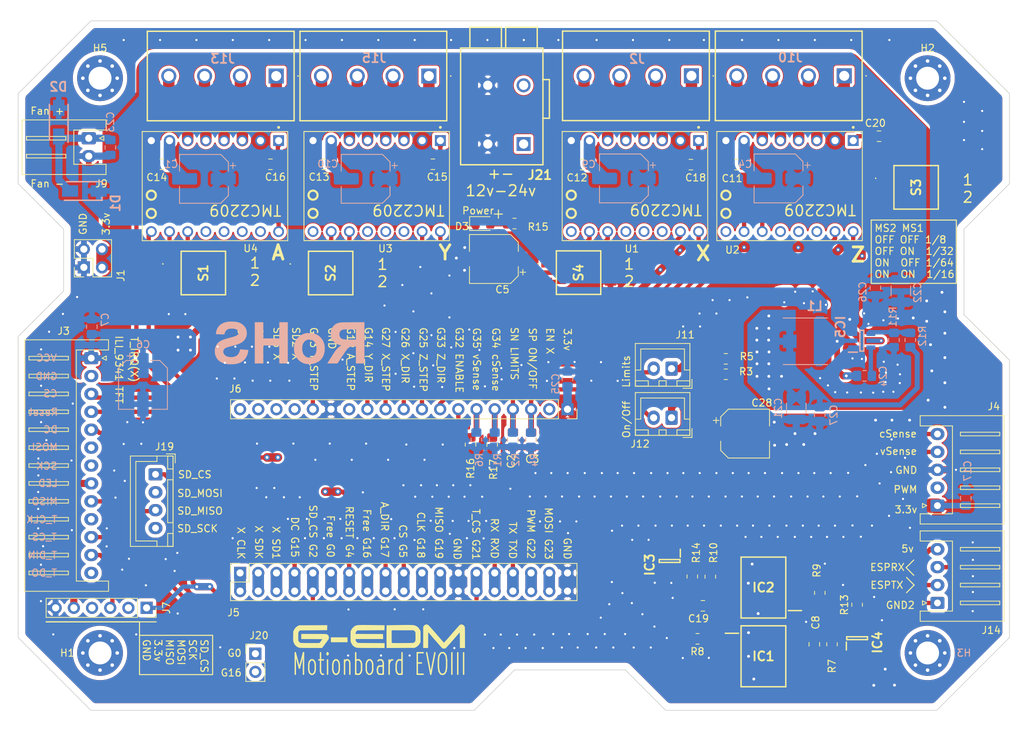
<source format=kicad_pcb>
(kicad_pcb (version 20221018) (generator pcbnew)
  (layers (0 "F.Cu" signal) (1 "In1.Cu" signal) (2 "In2.Cu" signal) (31 "B.Cu" signal) (34 "B.Paste" user) (35 "F.Paste" user) (36 "B.SilkS" user "B.Silkscreen") (37 "F.SilkS" user "F.Silkscreen") (38 "B.Mask" user) (39 "F.Mask" user) (44 "Edge.Cuts" user))
  (net 0 "")
  (net 1 "GND")
  (net 2 "3.3v+")
  (net 3 "12v+")
  (net 4 "enable-all")
  (net 5 "zstep")
  (net 6 "zdir")
  (net 7 "xstep")
  (net 8 "xdir")
  (net 9 "ystep")
  (net 10 "ydir")
  (net 11 "RX(IO3)")
  (net 12 "TX(IO1)")
  (net 13 "Limit39")
  (net 14 "Start36")
  (net 15 "vSense34")
  (net 16 "MOSI")
  (net 17 "T_CS")
  (net 18 "Miso")
  (net 19 "CLK")
  (net 20 "SD_CS")
  (net 21 "reset")
  (net 22 "CS")
  (net 23 "DC")
  (net 24 "PWM")
  (net 25 "ams2")
  (net 26 "ams1")
  (net 27 "input35")
  (net 28 "5v")
  (net 29 "gpio0")
  (net 33 "Net-(D1-K)")
  (net 43 "zms2")
  (net 44 "zms1")
  (net 49 "Net-(J5-Pin_3)")
  (net 50 "Net-(J5-Pin_5)")
  (net 51 "Net-(J5-Pin_1)")
  (net 52 "GPIO16")
  (net 53 "adir17")
  (net 54 "astep12")
  (net 55 "Net-(IC1-ANODE)")
  (net 57 "GND5v")
  (net 58 "VCCB")
  (net 59 "Net-(IC2-ANODE)")
  (net 61 "DPMRXB")
  (net 62 "DPMTXB")
  (net 63 "yms1")
  (net 64 "yms2")
  (net 65 "xms1")
  (net 66 "xms2")
  (net 67 "Net-(IC1-VO)")
  (net 68 "Net-(IC2-VO)")
  (net 69 "Net-(IC5-SW)")
  (net 70 "Net-(IC5-CB)")
  (net 71 "Net-(IC5-FB)")
  (net 72 "Net-(D3-A)")
  (net 73 "Net-(U1-M1B)")
  (net 74 "Net-(U1-M1A)")
  (net 75 "Net-(U1-M2A)")
  (net 76 "Net-(U1-M2B)")
  (net 77 "Net-(U2-M1B)")
  (net 78 "Net-(U2-M1A)")
  (net 79 "Net-(U2-M2A)")
  (net 80 "Net-(U2-M2B)")
  (net 81 "Net-(U4-M1B)")
  (net 82 "Net-(U4-M1A)")
  (net 83 "Net-(U4-M2A)")
  (net 84 "Net-(U4-M2B)")
  (net 85 "Net-(U3-M1B)")
  (net 86 "Net-(U3-M1A)")
  (net 87 "Net-(U3-M2A)")
  (net 88 "Net-(U3-M2B)")
  (net 89 "Net-(J4-Pin_4)")
  (net 90 "Net-(J4-Pin_5)")
  (net 91 "Net-(J12-Pin_1)")
  (net 92 "Net-(J11-Pin_1)")
  (footprint "Resistor_SMD:R_0805_2012Metric_Pad1.20x1.40mm_HandSolder" (layer "F.Cu") (at 169.0624 106.3084 90)
    (fp_text reference "R17")
    (fp_text value "560112120013")
  )
  (footprint "Resistor_SMD:R_0805_2012Metric_Pad1.20x1.40mm_HandSolder" (layer "F.Cu") (at 220.025 128.6448 90)
    (fp_text reference "R13")
    (fp_text value "RCC0805330RFKEA")
  )
  (footprint "Connector_PinSocket_2.54mm:PinSocket_2x19_P2.54mm_Vertical" (layer "F.Cu") (at 133.858 124.206 90)
    (fp_text reference "J5")
    (fp_text value "PM254-2-19-Z-8.5")
  )
  (footprint "Connector_PinSocket_2.54mm:PinSocket_1x06_P2.54mm_Vertical" (layer "F.Cu") (at 120.8028 129.0824 -90)
    (fp_text reference "J7")
    (fp_text value "Conn_01x06_Socket")
  )
  (footprint "Capacitor_SMD:C_0805_2012Metric_Pad1.18x1.45mm_HandSolder" (layer "F.Cu") (at 174.498 105.6386 -90)
    (fp_text reference "C3")
    (fp_text value "08055C104K4T2A")
  )
  (footprint "KiCad8pole:SOT95P240X110-3N" (layer "F.Cu") (at 193.8376 122.5394 -90)
    (fp_text reference "IC3")
    (fp_text value "MMBT3904" hide)
  )
  (footprint "custom:MODULE_TMC2209_SILENTSTEPSTICK" (layer "F.Cu") (at 130.3528 70.1868 -90)
    (fp_text reference "U4")
    (fp_text value "TMC2209")
  )
  (footprint "Capacitor_SMD:C_0805_2012Metric_Pad1.18x1.45mm_HandSolder" (layer "F.Cu") (at 198.4897 128.8021)
    (fp_text reference "C19")
    (fp_text value "08055C104K4T2A")
  )
  (footprint "MountingHole:MountingHole_3.2mm_M3_Pad_Via" (layer "F.Cu") (at 229.87 135.382)
    (fp_text reference "H3")
    (fp_text value "MountingHole_Pad")
  )
  (footprint "KiCad:26041102" (layer "F.Cu") (at 173.4528 64.3086 180)
    (fp_text reference "J21")
    (fp_text value "2604-1102" hide)
  )
  (footprint "Resistor_SMD:R_0805_2012Metric_Pad1.20x1.40mm_HandSolder" (layer "F.Cu") (at 214.818 126.9938 -90)
    (fp_text reference "R9")
    (fp_text value "MR08X4990FTL")
  )
  (footprint "p4terminal:7966894" (layer "F.Cu") (at 160.2232 54.8132 180)
    (fp_text reference "J15")
    (fp_text value "796689-4" hide)
  )
  (footprint "KiCad8pole:24549852" (layer "F.Cu") (at 146.5072 82.328 -90)
    (fp_text reference "S2")
    (fp_text value "2454985-2" hide)
  )
  (footprint "p4terminal:7966894" (layer "F.Cu") (at 138.9012 54.8132 180)
    (fp_text reference "J13")
    (fp_text value "796689-4" hide)
  )
  (footprint "Resistor_SMD:R_0805_2012Metric_Pad1.20x1.40mm_HandSolder" (layer "F.Cu") (at 172.1772 75.4126 180)
    (fp_text reference "R15")
    (fp_text value "ERJ-T06J221V")
  )
  (footprint "Capacitor_SMD:CP_Elec_6.3x7.7" (layer "F.Cu") (at 169.2986 80.3656 180)
    (fp_text reference "C5")
    (fp_text value "EEE-HA1C221XP")
  )
  (footprint "Connector_JST:JST_XH_B2B-XH-A_1x02_P2.50mm_Vertical" (layer "F.Cu") (at 194.1122 102.5314 180)
    (fp_text reference "J12")
    (fp_text value "B2B-XH-A(LF)(SN)")
  )
  (footprint "MountingHole:MountingHole_3.2mm_M3_Pad_Via" (layer "F.Cu") (at 229.87 55.118)
    (fp_text reference "H2")
    (fp_text value "MountingHole_Pad")
  )
  (footprint "MountingHole:MountingHole_3.2mm_M3_Pad_Via" (layer "F.Cu") (at 114.3 55.118)
    (fp_text reference "H5")
    (fp_text value "MountingHole_Pad")
  )
  (footprint "Capacitor_SMD:C_0805_2012Metric_Pad1.18x1.45mm_HandSolder" (layer "F.Cu") (at 196.812 67.183)
    (fp_text reference "C18")
    (fp_text value "08055C104K4T2A")
  )
  (footprint "graphics:gedm-logob" (layer "F.Cu") (at 153.416 132.842)
    (fp_text reference "" hide)
    (fp_text value "LOGO" hide)
  )
  (footprint "custom:MODULE_TMC2209_SILENTSTEPSTICK" (layer "F.Cu") (at 189.0014 70.1802 -90)
    (fp_text reference "U1")
    (fp_text value "TMC2209")
  )
  (footprint "Capacitor_SMD:CP_Elec_6.3x7.7" (layer "F.Cu") (at 204.3862 104.7496)
    (fp_text reference "C28")
    (fp_text value "EEE-HA1C221XP")
  )
  (footprint "LED_SMD:LED_0805_2012Metric_Pad1.15x1.40mm_HandSolder" (layer "F.Cu") (at 167.774 75.4126)
    (fp_text reference "D3")
    (fp_text value "597-3305-607F")
  )
  (footprint "Resistor_SMD:R_0805_2012Metric_Pad1.20x1.40mm_HandSolder" (layer "F.Cu") (at 197.0123 124.7033 -90)
    (fp_text reference "R14")
    (fp_text value "RCC0805470RFKEA")
  )
  (footprint "Resistor_SMD:R_0805_2012Metric_Pad1.20x1.40mm_HandSolder" (layer "F.Cu") (at 199.5272 124.7287 90)
    (fp_text reference "R10")
    (fp_text value "RCC0805470RFKEA")
  )
  (footprint "Capacitor_SMD:C_0805_2012Metric_Pad1.18x1.45mm_HandSolder" (layer "F.Cu") (at 160.7859 67.1321)
    (fp_text reference "C15")
    (fp_text value "08055C104K4T2A")
  )
  (footprint "Connector_JST:JST_XH_B4B-XH-A_1x04_P2.50mm_Vertical" (layer "F.Cu") (at 122.047 110.4392 -90)
    (fp_text reference "J19")
    (fp_text value "B4B-XH-A(LF)(SN)")
  )
  (footprint "Capacitor_SMD:C_0805_2012Metric_Pad1.18x1.45mm_HandSolder" (layer "F.Cu") (at 171.958 105.6132 -90)
    (fp_text reference "C2")
    (fp_text value "08055C104K4T2A")
  )
  (footprint "p4terminal:7966894" (layer "F.Cu") (at 196.8894 54.7878 180)
    (fp_text reference "J2")
    (fp_text value "796689-4" hide)
  )
  (footprint "Connector_PinSocket_2.54mm:PinSocket_1x19_P2.54mm_Vertical" (layer "F.Cu") (at 179.578 101.346 -90)
    (fp_text reference "J6")
    (fp_text value "PM254-1-19-Z-8.5")
  )
  (footprint "Resistor_SMD:R_0805_2012Metric_Pad1.20x1.40mm_HandSolder" (layer "F.Cu") (at 166.0398 106.283 90)
    (fp_text reference "R16")
    (fp_text value "560112120013")
  )
  (footprint "Connector_PinHeader_2.54mm:PinHeader_2x02_P2.54mm_Vertical" (layer "F.Cu") (at 112.0394 81.534 90)
    (fp_text reference "J1")
    (fp_text value "Conn_02x02_Odd_Even")
  )
  (footprint "KiCad8pole:SOT95P240X110-3N" (layer "F.Cu") (at 220.025 133.3168 90)
    (fp_text reference "IC4")
    (fp_text value "MMBT3904" hide)
  )
  (footprint "Capacitor_SMD:C_0805_2012Metric_Pad1.18x1.45mm_HandSolder" (layer "F.Cu") (at 145.5459 67.1321)
    (fp_text reference "C13")
    (fp_text value "08055C104K4T2A")
  )
  (footprint "custom:MODULE_TMC2209_SILENTSTEPSTICK" (layer "F.Cu") (at 152.9335 70.1801 -90)
    (fp_text reference "U3")
    (fp_text value "TMC2209")
  )
  (footprint "KiCad8pole:24549852" (layer "F.Cu") (at 181.1274 82.2706 -90)
    (fp_text reference "S4")
    (fp_text value "2454985-2" hide)
  )
  (footprint "Capacitor_SMD:C_0805_2012Metric_Pad1.18x1.45mm_HandSolder" (layer "F.Cu") (at 181.6228 67.183)
    (fp_text reference "C12")
    (fp_text value "08055C104K4T2A")
  )
  (footprint "Resistor_SMD:R_0805_2012Metric_Pad1.20x1.40mm_HandSolder" (layer "F.Cu") (at 216.5179 134.1759 -90)
    (fp_text reference "R7")
    (fp_text value "RCC0805470RFKEA")
  )
  (footprint "Connector_JST:JST_XH_S4B-XH-A_1x04_P2.50mm_Horizontal" (layer "F.Cu") (at 231.246 128.397 90)
    (fp_text reference "J14")
    (fp_text value "B4B-XH-A(LF)(SN)")
  )
  (footprint "p4terminal:7966894" (layer "F.Cu") (at 218.2254 54.7878 180)
    (fp_text reference "J10")
    (fp_text value "796689-4" hide)
  )
  (footprint "Connector_JST:JST_XH_S5B-XH-A_1x05_P2.50mm_Horizontal" (layer "F.Cu") (at 231.246 114.808 90)
    (fp_text reference "J4")
    (fp_text value "Conn_01x05_Socket")
  )
  (footprint "Capacitor_SMD:C_0805_2012Metric_Pad1.18x1.45mm_HandSolder" (layer "F.Cu") (at 122.936 67.1388)
    (fp_text reference "C14")
    (fp_text value "08055C104K4T2A")
  )
  (footprint "Capacitor_SMD:C_0805_2012Metric_Pad1.18x1.45mm_HandSolder" (layer "F.Cu") (at 138.0998 67.1388)
    (fp_text reference "C16")
    (fp_text value "08055C104K4T2A")
  )
  (footprint "Resistor_SMD:R_0805_2012Metric_Pad1.20x1.40mm_HandSolder" (layer "F.Cu") (at 197.7398 133.4106)
    (fp_text reference "R8")
    (fp_text value "RCC0805330RFKEA")
  )
  (footprint "Connector_PinHeader_2.54mm:PinHeader_1x02_P2.54mm_Vertical" (layer "F.Cu") (at 135.9916 135.4836)
    (fp_text reference "J20")
    (fp_text value "DNP")
  )
  (footprint "KiCad8pole:SOT254P916X480-6N" (layer "F.Cu") (at 206.944 135.8482)
    (fp_text reference "IC1")
    (fp_text value "H11L1SR2M" hide)
  )
  (footprint "Capacitor_SMD:C_0805_2012Metric_Pad1.18x1.45mm_HandSolder" (layer "F.Cu") (at 203.1822 67.183)
    (fp_text reference "C11")
    (fp_text value "08055C104K4T2A")
  )
  (footprint "Resistor_SMD:R_0805_2012Metric_Pad1.20x1.40mm_HandSolder" (layer "F.Cu") (at 201.692 94.3102)
    (fp_text reference "R5")
    (fp_text value "ERJ-T06J102V")
  )
  (footprint "MountingHole:MountingHole_3.2mm_M3_Pad_Via" (layer "F.Cu") (at 114.3 135.382)
    (fp_text reference "H1")
    (fp_text value "MountingHole_Pad")
  )
  (footprint "Connector_JST:JST_XH_S13B-XH-A_1x13_P2.50mm_Horizontal" (layer "F.Cu") (at 113.0769 94.2086 -90)
    (fp_text reference "J3")
    (fp_text value "B13B-XH-A(LF)(SN")
  )
  (footprint "Capacitor_SMD:C_0805_2012Metric_Pad1.18x1.45mm_HandSolder" (layer "F.Cu") (at 223.0843 63.2206 180)
    (fp_text reference "C20")
    (fp_text value "08055C104K4T2A")
  )
  (footprint "KiCad8pole:24549852" (layer "F.Cu") (at 228.2698 70.358 -90)
    (fp_text reference "S3")
    (fp_text value "2454985-2" hide)
  )
  (footprint "KiCad8pole:SOT254P916X480-6N" (layer "F.Cu") (at 206.944 126.2478 180)
    (fp_text reference "IC2")
    (fp_text value "H11L1SR2M" hide)
  )
  (footprint "Connector_JST:JST_XH_B2B-XH-A_1x02_P2.50mm_Vertical" (layer "F.Cu") (at 194.1122 95.6734 180)
    (fp_text reference "J11")
    (fp_text value "B2B-XH-A(LF)(SN)")
  )
  (footprint "KiCad8pole:24549852" (layer "F.Cu") (at 128.7272 82.3214 -90)
    (fp_text reference "S1")
    (fp_text value "2454985-2" hide)
  )
  (footprint "Connector_JST:JST_XH_S2B-XH-A_1x02_P2.50mm_Horizontal" (layer "F.Cu") (at 112.7252 63.5 -90)
    (fp_text reference "J9")
    (fp_text value "B2B-XH-A(LF)(SN)")
  )
  (footprint "custom:MODULE_TMC2209_SILENTSTEPSTICK" (layer "F.Cu") (at 210.5914 70.1802 -90)
    (fp_text reference "U2")
    (fp_text value "TMC2209")
  )
  (footprint "Resistor_SMD:R_0805_2012Metric_Pad1.20x1.40mm_HandSolder" (layer "F.Cu") (at 201.692 96.4692)
    (fp_text reference "R3")
    (fp_text value "ERJ-T06J102V")
  )
  (footprint "Capacitor_SMD:C_0805_2012Metric_Pad1.18x1.45mm_HandSolder" (layer "F.Cu") (at 214.056 134.1759 90)
    (fp_text reference "C8")
    (fp_text value "08055C104K4T2A")
  )
  (footprint "Capacitor_SMD:C_0805_2012Metric_Pad1.18x1.45mm_HandSolder" (layer "B.Cu") (at 214.8078 102.1041 90)
    (fp_text reference "C27")
    (fp_text value "08055C104K4T2A")
  )
  (footprint "Capacitor_SMD:CP_Elec_6.3x7.7" (layer "B.Cu") (at 120.2944 97.9424 -90)
    (fp_text reference "C6")
    (fp_text value "EEE-HA1C221XP")
  )
  (footprint "Capacitor_SMD:C_0805_2012Metric_Pad1.18x1.45mm_HandSolder" (layer "B.Cu") (at 179.578 97.1081 90)
    (fp_text reference "C25")
    (fp_text value "08055C104K4T2A")
  )
  (footprint "Capacitor_SMD:C_0805_2012Metric_Pad1.18x1.45mm_HandSolder" (layer "B.Cu") (at 222.5802 84.3911 90)
    (fp_text reference "C26")
    (fp_text value "08055C104K4T2A")
  )
  (footprint "Capacitor_SMD:CP_Elec_6.3x7.7" (layer "B.Cu") (at 128.811 69.1708 180)
    (fp_text reference "C1")
    (fp_text value "EEE-HA1V101XP")
  )
  (footprint "Capacitor_SMD:CP_Elec_6.3x7.7" (layer "B.Cu") (at 209.0496 69.1134 180)
    (fp_text reference "C4")
    (fp_text value "EEE-HA1V101XP")
  )
  (footprint "Resistor_SMD:R_0805_2012Metric_Pad1.20x1.40mm_HandSolder" (layer "B.Cu") (at 227.457 91.6809 90)
    (fp_text reference "R12")
    (fp_text value "560112120013")
  )
  (footprint "Capacitor_SMD:CP_Elec_6.3x7.7" (layer "B.Cu") (at 187.4596 69.1134 180)
    (fp_text reference "C9")
    (fp_text value "EEE-HA1V101XP")
  )
  (footprint "Capacitor_SMD:C_1210_3225Metric_Pad1.33x2.70mm_HandSolder" (layer "B.Cu") (at 211.5312 101.2067 90)
    (fp_text reference "C21")
    (fp_text value "22uf-16v-X7R (GRM32ER71C226KEA8K)")
  )
  (footprint "Resistor_SMD:R_0805_2012Metric_Pad1.20x1.40mm_HandSolder" (layer "B.Cu") (at 174.4726 105.6132 -90)
    (fp_text reference "R4")
    (fp_text value "560112120013")
  )
  (footprint "Symbol:RoHS-Logo_6mm_SilkScreen" (layer "B.Cu") (at 140.7668 92.075 180)
    (fp_text reference "REF**" hide)
    (fp_text value "RoHS-Logo_6mm_SilkScreen" hide)
  )
  (footprint "KiCadbb:DIOM5026X220N" (layer "B.Cu") (at 112.1156 70.866)
    (fp_text reference "D1")
    (fp_text value "RB168L-60TFTE25" hide)
  )
  (footprint "KiCadbb:DIOM5026X220N" (layer "B.Cu") (at 108.5342 61.2648 90)
    (fp_text reference "D2")
    (fp_text value "RB168L-60TFTE25" hide)
  )
  (footprint "Capacitor_SMD:C_0805_2012Metric_Pad1.18x1.45mm_HandSolder" (layer "B.Cu") (at 235.204 113.7666 90)
    (fp_text reference "C17")
    (fp_text value "08055C104K4T2A")
  )
  (footprint "custom:WE-PD_6033_6050_PLASTIC_BASE54" (layer "B.Cu") (at 212.8056 91.8587 180)
    (fp_text reference "L1")
    (fp_text value "7447786008" hide)
  )
  (footprint "Resistor_SMD:R_0805_2012Metric_Pad1.20x1.40mm_HandSolder" (layer "B.Cu") (at 166.8526 105.5972 -90)
    (fp_text reference "R6")
    (fp_text value "560112120013")
  )
  (footprint "KiCad8pole:SOT95P280X110-6N" (layer "B.Cu") (at 220.6916 91.7757)
    (fp_text reference "IC5")
    (fp_text value "LMR51420XFDDCR" hide)
  )
  (footprint "Capacitor_SMD:C_0805_2012Metric_Pad1.18x1.45mm_HandSolder" (layer "B.Cu") (at 115.7478 64.7915 -90)
    (fp_text reference "C23")
    (fp_text value "08055C104K4T2A")
  )
  (footprint "Resistor_SMD:R_0805_2012Metric_Pad1.20x1.40mm_HandSolder" (layer "B.Cu") (at 169.418 105.5972 -90)
    (fp_text reference "R1")
    (fp_text value "560112120013")
  )
  (footprint "Resistor_SMD:R_0805_2012Metric_Pad1.20x1.40mm_HandSolder" (layer "B.Cu") (at 171.958 105.5972 -90)
    (fp_text reference "R2")
    (fp_text value "560112120013")
  )
  (footprint "Capacitor_SMD:C_0805_2012Metric_Pad1.18x1.45mm_HandSolder" (layer "B.Cu") (at 113.157 89.8183 90)
    (fp_text reference "C7")
    (fp_text value "08055C104K4T2A")
  )
  (footprint "Capacitor_SMD:CP_Elec_6.3x7.7" (layer "B.Cu") (at 151.3917 69.1641 180)
    (fp_text reference "C10")
    (fp_text value "EEE-HA1V101XP")
  )
  (footprint "Capacitor_SMD:C_1210_3225Metric_Pad1.33x2.70mm_HandSolder" (layer "B.Cu") (at 226.1362 84.836 90)
    (fp_text reference "C22")
    (fp_text value "GRM32ER71H475KA88L")
  )
  (footprint "Capacitor_SMD:C_0805_2012Metric_Pad1.18x1.45mm_HandSolder" (layer "B.Cu") (at 221.0562 96.6847 180)
    (fp_text reference "C24")
    (fp_text value "08055C104K4T2A")
  )
  (footprint "Resistor_SMD:R_0805_2012Metric_Pad1.20x1.40mm_HandSolder" (layer "B.Cu") (at 225.171 91.6809 -90)
    (fp_text reference "R11")
    (fp_text value "560112120026")
  )
  (gr_rect (start 119.8118 132.9182) (end 130.0226 138.4046) (stroke (width 0.15)) (fill none) (layer "F.SilkS"))
  (gr_line (start 227.9396 124.5346) (end 226.8728 123.4678) (stroke (width 0.15)) (layer "F.SilkS"))
  (gr_line (start 226.9236 124.8318) (end 227.9904 125.8986) (stroke (width 0.15)) (layer "F.SilkS"))
  (gr_line (start 119.8118 132.9182) (end 119.8118 131.0386) (stroke (width 0.15)) (layer "F.SilkS"))
  (gr_line (start 227.9904 125.8986) (end 226.9236 126.9654) (stroke (width 0.15)) (layer "F.SilkS"))
  (gr_line (start 106.7728 131.0386) (end 122.1328 131.0386) (stroke (width 0.15)) (layer "F.SilkS"))
  (gr_line (start 119.8118 131.0386) (end 106.7728 131.0386) (stroke (width 0.15)) (layer "F.SilkS"))
  (gr_line (start 226.8728 123.4678) (end 227.9396 122.401) (stroke (width 0.15)) (layer "F.SilkS"))
  (gr_rect (start 221.996 74.93) (end 233.8832 83.7692) (stroke (width 0.15)) (fill none) (layer "F.SilkS"))
  (gr_line (start 241.3 57.2643) (end 241.3 69.85) (stroke (width 0.1)) (layer "Edge.Cuts"))
  (gr_line (start 234.95 80.01) (end 234.95 88.138) (stroke (width 0.1)) (layer "Edge.Cuts"))
  (gr_line (start 234.95 80.01) (end 234.95 76.2) (stroke (width 0.1)) (layer "Edge.Cuts"))
  (gr_line (start 102.87 57.2643) (end 113.03 47.1043) (stroke (width 0.1)) (layer "Edge.Cuts"))
  (gr_line (start 113.03 143.3957) (end 102.87 133.2357) (stroke (width 0.1)) (layer "Edge.Cuts"))
  (gr_line (start 102.87 133.2357) (end 102.87 116.84) (stroke (width 0.1)) (layer "Edge.Cuts"))
  (gr_line (start 241.3 69.85) (end 234.95 76.2) (stroke (width 0.1)) (layer "Edge.Cuts"))
  (gr_line (start 102.87 91.186) (end 109.22 84.836) (stroke (width 0.1)) (layer "Edge.Cuts"))
  (gr_line (start 102.87 116.84) (end 102.87 91.186) (stroke (width 0.1)) (layer "Edge.Cuts"))
  (gr_line (start 109.22 76.2) (end 109.22 84.836) (stroke (width 0.1)) (layer "Edge.Cuts"))
  (gr_line (start 172.1993 137.7442) (end 187.6425 137.7442) (stroke (width 0.1)) (layer "Edge.Cuts"))
  (gr_line (start 231.14 47.1043) (end 113.03 47.1043) (stroke (width 0.1)) (layer "Edge.Cuts"))
  (gr_line (start 231.14 47.1043) (end 241.3 57.2643) (stroke (width 0.1)) (layer "Edge.Cuts"))
  (gr_line (start 102.87 57.2643) (end 102.87 69.85) (stroke (width 0.1)) (layer "Edge.Cuts"))
  (gr_line (start 231.14 143.3957) (end 193.294 143.3957) (stroke (width 0.1)) (layer "Edge.Cuts"))
  (gr_line (start 193.294 143.3957) (end 187.6425 137.7442) (stroke (width 0.1)) (layer "Edge.Cuts"))
  (gr_line (start 113.03 143.3957) (end 166.5478 143.3957) (stroke (width 0.1)) (layer "Edge.Cuts"))
  (gr_line (start 231.14 143.3957) (end 241.3 133.2357) (stroke (width 0.1)) (layer "Edge.Cuts"))
  (gr_line (start 166.5478 143.3957) (end 172.1993 137.7442) (stroke (width 0.1)) (layer "Edge.Cuts"))
  (gr_line (start 241.3 116.84) (end 241.3 133.2357) (stroke (width 0.1)) (layer "Edge.Cuts"))
  (gr_line (start 241.3 94.488) (end 241.3 116.84) (stroke (width 0.1)) (layer "Edge.Cuts"))
  (gr_line (start 241.3 94.488) (end 234.95 88.138) (stroke (width 0.1)) (layer "Edge.Cuts"))
  (gr_line (start 102.87 69.85) (end 109.22 76.2) (stroke (width 0.1)) (layer "Edge.Cuts"))
  (gr_text "MOSI" (at 106.5784 106.6546) (layer "B.SilkS") (effects (font (size 1 1)) (justify mirror)))
  (gr_text "VCC" (at 106.8324 94.1832) (layer "B.SilkS") (effects (font (size 1 1)) (justify mirror)))
  (gr_text "SCK" (at 106.8578 109.2708) (layer "B.SilkS") (effects (font (size 1 1)) (justify mirror)))
  (gr_text "Reset" (at 106.3752 101.7524) (layer "B.SilkS") (effects (font (size 1 1)) (justify mirror)))
  (gr_text "CS" (at 107.3658 99.1616) (layer "B.SilkS") (effects (font (size 1 1)) (justify mirror)))
  (gr_text "MISO" (at 106.5784 114.2238) (layer "B.SilkS") (effects (font (size 1 1)) (justify mirror)))
  (gr_text "T_DO" (at 106.5022 124.206) (layer "B.SilkS") (effects (font (size 1 1)) (justify mirror)))
  (gr_text "T_CS" (at 106.5276 119.2022) (layer "B.SilkS") (effects (font (size 1 1)) (justify mirror)))
  (gr_text "GND" (at 106.8324 96.7486) (layer "B.SilkS") (effects (font (size 1 1)) (justify mirror)))
  (gr_text "T_CLK" (at 106.1466 116.7496) (layer "B.SilkS") (effects (font (size 1 1)) (justify mirror)))
  (gr_text "DC" (at 107.3912 104.1908) (layer "B.SilkS") (effects (font (size 1 1)) (justify mirror)))
  (gr_text "T_DIN" (at 106.2736 121.7422) (layer "B.SilkS") (effects (font (size 1 1)) (justify mirror)))
  (gr_text "LED" (at 107.0356 111.6838) (layer "B.SilkS") (effects (font (size 1 1)) (justify mirror)))
  (gr_text "Free G0" (at 146.4818 119.1006 -90) (layer "F.SilkS") (effects (font (size 1 1))))
  (gr_text "G25 Z_STEP" (at 159.4358 94.4118 -90) (layer "F.SilkS") (effects (font (size 1 1))))
  (gr_text "MS2 MS1\nOFF OFF 1/8\nOFF ON  1/32\nON  OFF 1/64\nON  ON  1/16" (at 222.377 83.0834) (layer "F.SilkS") (effects (font (size 1 1)) (justify left bottom)))
  (gr_text "3.3v" (at 179.578 91.6178 -90) (layer "F.SilkS") (effects (font (size 1 1))))
  (gr_text "1\n2" (at 235.4834 70.5358) (layer "F.SilkS") (effects (font (size 1.5 1.5) (thickness 0.2))))
  (gr_text "A_DIR G17" (at 154.051 118.1608 -90) (layer "F.SilkS") (effects (font (size 1 1))))
  (gr_text "TMC2209" (at 139.7508 72.676 180) (layer "F.SilkS") (effects (font (size 1.5 1.5) (thickness 0.2)) (justify left bottom)))
  (gr_text "vSense" (at 225.806 107.2134) (layer "F.SilkS") (effects (font (size 1 1))))
  (gr_text "Y" (at 162.4838 79.4766) (layer "F.SilkS") (effects (font (size 2 2) (thickness 0.4) bold)))
  (gr_text "SP ON/OFF" (at 174.7012 94.2848 -90) (layer "F.SilkS") (effects (font (size 1 1))))
  (gr_text "GND2" (at 226.06 128.711) (layer "F.SilkS") (effects (font (size 1 1))))
  (gr_text "TMC2209" (at 198.4794 72.6186 180) (layer "F.SilkS") (effects (font (size 1.5 1.5) (thickness 0.2)) (justify left bottom)))
  (gr_text "G12 A_STEP" (at 149.3012 94.3356 -90) (layer "F.SilkS") (effects (font (size 1 1))))
  (gr_text "SD3 X" (at 139.0396 92.1766 -90) (layer "F.SilkS") (effects (font (size 1 1))))
  (gr_text "5v" (at 227.076 120.837) (layer "F.SilkS") (effects (font (size 1 1))))
  (gr_text "Motionboard EVOIII" (at 141.025479 138.72772) (layer "F.SilkS") (effects (font (size 3 1.72) (thickness 0.2)) (justify left bottom)))
  (gr_text "CLK G18" (at 159.1056 118.9228 -90) (layer "F.SilkS") (effects (font (size 1 1))))
  (gr_text "RX RXD" (at 169.3926 119.38 -90) (layer "F.SilkS") (effects (font (size 1 1))))
  (gr_text "G14 Y_DIR" (at 151.7904 93.7514 -90) (layer "F.SilkS") (effects (font (size 1 1))))
  (gr_text "ESPTX" (at 224.1804 125.9078) (layer "F.SilkS") (effects (font (size 1 1))))
  (gr_text "G13 Y_STEP" (at 144.145 94.3356 -90) (layer "F.SilkS") (effects (font (size 1 1))))
  (gr_text "PWM" (at 226.7712 112.5474) (layer "F.SilkS") (effects (font (size 1 1))))
  (gr_text "SD2 X" (at 141.6558 92.1766 -90) (layer "F.SilkS") (effects (font (size 1 1))))
  (gr_text "Limits" (at 187.7914 96.0712 90) (layer "F.SilkS") (effects (font (size 1 1))))
  (gr_text "G26 X_DIR" (at 156.9212 93.8276 -90) (layer "F.SilkS") (effects (font (size 1 1))))
  (gr_text "DC G15" (at 141.5034 119.2022 -90) (layer "F.SilkS") (effects (font (size 1 1))))
  (gr_text "T_IRQ(X)" (at 119.0752 94.3864 -90) (layer "F.SilkS") (effects (font (size 1 1))))
  (gr_text "X SD1" (at 138.8872 119.9896 -90) (layer "F.SilkS") (effects (font (size 1 1))))
  (gr_text "1\n2" (at 135.9408 82.1436) (layer "F.SilkS") (effects (font (size 1.5 1.5) (thickness 0.2))))
  (gr_text "TMC2209" (at 220.0186 72.6186 180) (layer "F.SilkS") (effects (font (size 1.5 1.5) (thickness 0.2)) (justify left bottom)))
  (gr_text "G33 Z_DIR" (at 161.8996 93.8022 -90) (layer "F.SilkS") (effects (font (size 1 1))))
  (gr_text "Fan -" (at 106.934 69.85) (layer "F.SilkS") (effects (font (size 1 1))))
  (gr_text "On/Off" (at 187.8114 102.7684 90) (layer "F.SilkS") (effects (font (size 1 1))))
  (gr_text "SD_CS" (at 127.5334 110.4646) (layer "F.SilkS") (effects (font (size 1 1))))
  (gr_text "SD_SCK" (at 127.9144 118.0084) (layer "F.SilkS") (effects (font (size 1 1))))
  (gr_text "SN LIMITS" (at 172.1612 93.5736 -90) (layer "F.SilkS") (effects (font (size 1 1))))
  (gr_text "PWM G22" (at 174.4726 118.7704 -90) (layer "F.SilkS") (effects (font (size 1 1))))
  (gr_text "Z" (at 220.1418 79.5782 180) (layer "F.SilkS") (effects (font (size 2 2) (thickness 0.4) bold)))
  (gr_text "ESPRX" (at 224.2566 123.4186) (layer "F.SilkS") (effects (font (size 1 1))))
  (gr_text "MOSI G23" (at 176.9364 118.6942 -90) (layer "F.SilkS") (effects (font (size 1 1))))
  (gr_text "G16" (at 132.6134 138.1506) (layer "F.SilkS") (effects (font (size 1 1))))
  (gr_text "Fan +" (at 106.934 59.69) (layer "F.SilkS") (effects (font (size 1 1))))
  (gr_text "G0" (at 133.0706 135.4074) (layer "F.SilkS") (effects (font (size 1 1))))
  (gr_text "+" (at 169.815 74.0918 90) (layer "F.SilkS") (effects (font (size 1.5 1.5))))
  (gr_text "CMD X" (at 136.4996 92.329 -90) (layer "F.SilkS") (effects (font (size 1 1))))
  (gr_text "SD_CS\nSCK\nMOSI\nMISO\n3.3v\nGND" (at 124.8156 133.3754 270) (layer "F.SilkS") (effects (font (size 1 1)) (justify left)))
  (gr_text "cSense" (at 225.7298 104.775) (layer "F.SilkS") (effects (font (size 1 1))))
  (gr_text "SD_CS G2" (at 144.0434 118.3894 -90) (layer "F.SilkS") (effects (font (size 1 1))))
  (gr_text "+-\n12v-24v" (at 170.2816 69.6214) (layer "F.SilkS") (effects (font (size 1.5 1.5) (thickness 0.2))))
  (gr_text "A" (at 139.1666 79.4766) (layer "F.SilkS") (effects (font (size 2 2) (thickness 0.4) bold)))
  (gr_text "G32 ENABLE" (at 164.465 94.488 -90) (layer "F.SilkS") (effects (font (size 1 1))))
  (gr_text "GND" (at 179.5526 120.8024 -90) (layer "F.SilkS") (effects (font (size 1 1))))
  (gr_text "T_CS G21" (at 166.8018 118.8212 -90) (layer "F.SilkS") (effects (font (size 1 1))))
  (gr_text "G34 cSense" (at 169.5958 94.4118 -90) (layer "F.SilkS") (effects (font (size 1 1))))
  (gr_text "1\n2" (at 188.1886 82.296) (layer "F.SilkS") (effects (font (size 1.5 1.5) (thickness 0.2))))
  (gr_text "EN X" (at 177.1396 91.821 -90) (layer "F.SilkS") (effects (font (size 1 1))))
  (gr_text "GND\n\n3.3v" (at 113.538 75.4634 90) (layer "F.SilkS") (effects (font (size 1 1))))
  (gr_text "X" (at 198.5264 79.4004 180) (layer "F.SilkS") (effects (font (size 2 2) (thickness 0.4) bold)))
  (gr_text "GND" (at 164.1856 120.8532 -90) (layer "F.SilkS") (effects (font (size 1 1))))
  (gr_text "MISO G19" (at 161.6202 118.5926 -90) (layer "F.SilkS") (effects (font (size 1 1))))
  (gr_text "CS G5" (at 156.591 119.761 -90) (layer "F.SilkS") (effects (font (size 1 1))))
  (gr_text "1\n2" (at 153.7462 82.328) (layer "F.SilkS") (effects (font (size 1.5 1.5) (thickness 0.2))))
  (gr_text "5v" (at 134.0612 90.8558 -90) (layer "F.SilkS") (effects (font (size 1 1))))
  (gr_text "RESET G4" (at 149.1234 118.491 -90) (layer "F.SilkS") (effects (font (size 1 1))))
  (gr_text "X SDK" (at 136.4742 119.9134 -90) (layer "F.SilkS") (effects (font (size 1 1))))
  (gr_text "Power" (at 164.7858 73.6092) (layer "F.SilkS") (effects (font (size 1 1)) (justify left)))
  (gr_text "TX TXD" (at 171.9326 119.6594 -90) (layer "F.SilkS") (effects (font (size 1 1))))
  (gr_text "G27 X_STEP" (at 154.2034 94.361 -90) (layer "F.SilkS") (effects (font (size 1 1))))
  (gr_text "SD_MOSI" (at 128.27 113.0808) (layer "F.SilkS") (effects (font (size 1 1))))
  (gr_text "TMC2209" (at 162.5347 72.6693 180) (layer "F.SilkS") (effects (font (size 1.5 1.5) (thickness 0.2)) (justify left bottom)))
  (gr_text "SD_MISO" (at 128.27 115.5446) (layer "F.SilkS") (effects (font (size 1 1))))
  (gr_text "3.3v" (at 226.8474 115.3668) (layer "F.SilkS") (effects (font (size 1 1))))
  (gr_text "X CLK" (at 133.985 120.0404 -90) (layer "F.SilkS") (effects (font (size 1 1))))
  (gr_text "GND" (at 226.8982 109.855) (layer "F.SilkS") (effects (font (size 1 1))))
  (gr_text "ILI_9341 TFT" (at 116.9416 95.8088 -90) (layer "F.SilkS") (effects (font (size 1 1))))
  (gr_text "Free G16" (at 151.5618 118.7196 -90) (layer "F.SilkS") (effects (font (size 1 1))))
  (gr_text "GND" (at 146.685 91.44 -90) (layer "F.SilkS") (effects (font (size 1 1))))
  (gr_text "G35 vSense" (at 166.9034 94.361 -90) (layer "F.SilkS") (effects (font (size 1 1))))
  (segment (start 224.5106 116.4082) (end 224.536 116.3828) (width 0.4) (layer "F.Cu") (net 1))
  (segment (start 233.8286 109.808) (end 233.8324 109.8042) (width 0.4) (layer "F.Cu") (net 1))
  (segment (start 197.8495 63.8721) (end 197.8914 63.8302) (width 0.6) (layer "F.Cu") (net 1))
  (segment (start 182.6603 63.8391) (end 182.6514 63.8302) (width 0.6) (layer "F.Cu") (net 1))
  (segment (start 161.8234 63.8302) (end 161.8235 63.8301) (width 0.6) (layer "F.Cu") (net 1))
  (segment (start 226.7204 108.1278) (end 226.7204 108.1786) (width 0.4) (layer "F.Cu") (net 1))
  (segment (start 236.1946 119.9642) (end 236.1692 119.9388) (width 0.4) (layer "F.Cu") (net 1))
  (segment (start 218.7448 110.2614) (end 218.7702 110.236) (width 0.4) (layer "F.Cu") (net 1))
  (segment (start 231.246 109.808) (end 233.8286 109.808) (width 1) (layer "F.Cu") (net 1))
  (segment (start 164.338 124.206) (end 164.338 126.746) (width 1.6) (layer "F.Cu") (net 1))
  (segment (start 146.5834 63.8302) (end 146.5835 63.8301) (width 0.6) (layer "F.Cu") (net 1))
  (segment (start 220.091 63.2206) (end 219.4814 63.8302) (width 0.6) (layer "F.Cu") (net 1))
  (segment (start 139.1373 63.9423) (end 139.2428 63.8368) (width 0.6) (layer "F.Cu") (net 1))
  (segment (start 139.1373 67.1388) (end 139.1373 63.9423) (width 0.6) (layer "F.Cu") (net 1))
  (segment (start 220.5228 119.1768) (end 220.5482 119.1514) (width 0.4) (layer "F.Cu") (net 1))
  (segment (start 222.0468 63.2206) (end 220.091 63.2206) (width 0.6) (layer "F.Cu") (net 1))
  (segment (start 123.9735 63.8661) (end 124.0028 63.8368) (width 0.6) (layer "F.Cu") (net 1))
  (segment (start 179.578 124.206) (end 179.578 126.746) (width 1.6) (layer "F.Cu") (net 1))
  (segment (start 161.8234 67.1321) (end 161.8234 63.8302) (width 0.6) (layer "F.Cu") (net 1))
  (segment (start 204.2197 67.183) (end 204.2197 63.8519) (width 0.6) (layer "F.Cu") (net 1))
  (segment (start 220.0148 113.4364) (end 220.0402 113.411) (width 0.4) (layer "F.Cu") (net 1))
  (segment (start 219.3544 117.602) (end 219.3798 117.5766) (width 0.4) (layer "F.Cu") (net 1))
  (segment (start 204.8358 125.6382) (end 204.8358 125.6636) (width 0.6) (layer "F.Cu") (net 1))
  (segment (start 197.8495 67.183) (end 197.8495 63.8721) (width 0.6) (layer "F.Cu") (net 1))
  (segment (start 123.9735 67.1388) (end 123.9735 63.8661) (width 0.6) (layer "F.Cu") (net 1))
  (segment (start 204.2197 63.8519) (end 204.2414 63.8302) (width 0.6) (layer "F.Cu") (net 1))
  (segment (start 146.5834 67.1321) (end 146.5834 63.8302) (width 0.6) (layer "F.Cu") (net 1))
  (segment (start 182.6603 67.183) (end 182.6603 63.8391) (width 0.6) (layer "F.Cu") (net 1))
  (via (at 195.3006 79.1464) (size 0.6) (drill 0.3) (layers "F.Cu" "B.Cu") (net 1))
  (via (at 219.202 49.784) (size 0.6) (drill 0.3) (layers "F.Cu" "B.Cu") (net 1))
  (via (at 155.575 90.551) (size 0.6) (drill 0.3) (layers "F.Cu" "B.Cu") (net 1))
  (via (at 137.9474 92.6084) (size 0.6) (drill 0.3) (layers "F.Cu" "B.Cu") (net 1))
  (via (at 213.8172 84.8868) (size 0.6) (drill 0.3) (layers "F.Cu" "B.Cu") (net 1))
  (via (at 180.8226 117.0178) (size 0.6) (drill 0.3) (layers "F.Cu" "B.Cu") (net 1))
  (via (at 192.5574 81.8642) (size 0.6) (drill 0.3) (layers "F.Cu" "B.Cu") (net 1))
  (via (at 205.5978 139.024) (size 0.8) (drill 0.4) (layers "F.Cu" "B.Cu") (net 1))
  (via (at 196.3674 117.602) (size 0.6) (drill 0.3) (layers "F.Cu" "B.Cu") (net 1))
  (via (at 133.1976 92.6084) (size 0.6) (drill 0.3) (layers "F.Cu" "B.Cu") (net 1))
  (via (at 222.2754 99.0346) (size 0.6) (drill 0.3) (layers "F.Cu" "B.Cu") (net 1))
  (via (at 136.2202 106.1466) (size 0.6) (drill 0.3) (layers "F.Cu" "B.Cu") (net 1))
  (via (at 225.7298 88.6714) (size 0.6) (drill 0.3) (layers "F.Cu" "B.Cu") (net 1))
  (via (at 115.2398 117.983) (size 0.6) (drill 0.3) (layers "F.Cu" "B.Cu") (net 1))
  (via (at 170.3324 95.6056) (size 0.6) (drill 0.3) (layers "F.Cu" "B.Cu") (net 1))
  (via (at 130.6068 97.0534) (size 0.6) (drill 0.3) (layers "F.Cu" "B.Cu") (net 1))
  (via (at 168.402 49.784) (size 0.6) (drill 0.3) (layers "F.Cu" "B.Cu") (net 1))
  (via (at 205.486 117.602) (size 0.6) (drill 0.3) (layers "F.Cu" "B.Cu") (net 1))
  (via (at 174.9298 132.8166) (size 0.6) (drill 0.3) (layers "F.Cu" "B.Cu") (net 1))
  (via (at 137.5156 113.6396) (size 0.6) (drill 0.3) (layers "F.Cu" "B.Cu") (net 1))
  (via (at 216.9668 98.9584) (size 0.6) (drill 0.3) (layers "F.Cu" "B.Cu") (net 1))
  (via (at 163.6268 111.9632) (size 0.6) (drill 0.3) (layers "F.Cu" "B.Cu") (net 1))
  (via (at 212.5726 106.2736) (size 0.8) (drill 0.4) (layers "F.Cu" "B.Cu") (net 1))
  (via (at 162.0774 98.2472) (size 0.6) (drill 0.3) (layers "F.Cu" "B.Cu") (net 1))
  (via (at 107.7722 132.7912) (size 0.6) (drill 0.3) (layers "F.Cu" "B.Cu") (net 1))
  (via (at 207.772 117.602) (size 0.6) (drill 0.3) (layers "F.Cu" "B.Cu") (net 1))
  (via (at 214.6554 117.602) (size 0.6) (drill 0.3) (layers "F.Cu" "B.Cu") (net 1))
  (via (at 223.9518 137.6426) (size 0.8) (drill 0.4) (layers "F.Cu" "B.Cu") (net 1))
  (via (at 105.664 115.2652) (size 0.6) (drill 0.3) (layers "F.Cu" "B.Cu") (net 1))
  (via (at 223.6978 88.9254) (size 0.6) (drill 0.3) (layers "F.Cu" "B.Cu") (net 1))
  (via (at 178.816 113.538) (size 0.6) (drill 0.3) (layers "F.Cu" "B.Cu") (net 1))
  (via (at 132.8166 119.3546) (size 0.6) (drill 0.3) (layers "F.Cu" "B.Cu") (net 1))
  (via (at 143.1798 116.6622) (size 0.6) (drill 0.3) (layers "F.Cu" "B.Cu") (net 1))
  (via (at 117.3988 123.7488) (size 0.6) (drill 0.3) (layers "F.Cu" "B.Cu") (net 1))
  (via (at 110.363 118.237) (size 0.6) (drill 0.3) (layers "F.Cu" "B.Cu") (net 1))
  (via (at 185.9788 134.62) (size 0.6) (drill 0.3) (layers "F.Cu" "B.Cu") (net 1))
  (via (at 193.548 110.2614) (size 0.6) (drill 0.3) (layers "F.Cu" "B.Cu") (net 1))
  (via (at 139.9794 113.6396) (size 0.6) (drill 0.3) (layers "F.Cu" "B.Cu") (net 1))
  (via (at 184.2262 130.4544) (size 0.6) (drill 0.3) (layers "F.Cu" "B.Cu") (net 1))
  (via (at 227.8634 88.5952) (size 0.8) (drill 0.4) (layers "F.Cu" "B.Cu") (net 1))
  (via (at 177.5968 132.7404) (size 0.6) (drill 0.3) (layers "F.Cu" "B.Cu") (net 1))
  (via (at 214.1474 104.7496) (size 0.8) (drill 0.4) (layers "F.Cu" "B.Cu") (net 1))
  (via (at 188.722 49.784) (size 0.6) (drill 0.3) (layers "F.Cu" "B.Cu") (net 1))
  (via (at 142.9258 119.3546) (size 0.6) (drill 0.3) (layers "F.Cu" "B.Cu") (net 1))
  (via (at 122.682 49.784) (size 0.6) (drill 0.3) (layers "F.Cu" "B.Cu") (net 1))
  (via (at 188.6204 119.5832) (size 0.6) (drill 0.3) (layers "F.Cu" "B.Cu") (net 1))
  (via (at 176.53 113.538) (size 0.6) (drill 0.3) (layers "F.Cu" "B.Cu") (net 1))
  (via (at 185.42 128.5748) (size 0.6) (drill 0.3) (layers "F.Cu" "B.Cu") (net 1))
  (via (at 200.3806 110.2614) (size 0.6) (drill 0.3) (layers "F.Cu" "B.Cu") (net 1))
  (via (at 234.95 61.214) (size 0.6) (drill 0.3) (layers "F.Cu" "B.Cu") (net 1))
  (via (at 224.4852 116.2304) (size 0.6) (drill 0.3) (layers "F.Cu" "B.Cu") (net 1))
  (via (at 123.4694 122.2756) (size 0.6) (drill 0.3) (layers "F.Cu" "B.Cu") (net 1))
  (via (at 169.2402 134.6962) (size 0.6) (drill 0.3) (layers "F.Cu" "B.Cu") (net 1))
  (via (at 179.6034 110.2614) (size 0.6) (drill 0.3) (layers "F.Cu" "B.Cu") (net 1))
  (via (at 184.785 132.7404) (size 0.6) (drill 0.3) (layers "F.Cu" "B.Cu") (net 1))
  (via (at 105.664 112.903) (size 0.6) (drill 0.3) (layers "F.Cu" "B.Cu") (net 1))
  (via (at 170.2562 132.8166) (size 0.6) (drill 0.3) (layers "F.Cu" "B.Cu") (net 1))
  (via (at 154.9654 116.6876) (size 0.6) (drill 0.3) (layers "F.Cu" "B.Cu") (net 1))
  (via (at 118.11 103.1494) (size 0.6) (drill 0.3) (layers "F.Cu" "B.Cu") (net 1))
  (via (at 106.045 128.143) (size 0.6) (drill 0.3) (layers "F.Cu" "B.Cu") (net 1))
  (via (at 156.6672 111.9632) (size 0.6) (drill 0.3) (layers "F.Cu" "B.Cu") (net 1))
  (via (at 215.8238 119.1768) (size 0.6) (drill 0.3) (layers "F.Cu" "B.Cu") (net 1))
  (via (at 191.2112 134.62) (size 0.6) (drill 0.3) (layers "F.Cu" "B.Cu") (net 1))
  (via (at 187.8584 113.538) (size 0.6) (drill 0.3) (layers "F.Cu" "B.Cu") (net 1))
  (via (at 187.2488 127.0254) (size 0.6) (drill 0.3) (layers "F.Cu" "B.Cu") (net 1))
  (via (at 149.4536 108.4072) (size 0.6) (drill 0.3) (layers "F.Cu" "B.Cu") (net 1))
  (via (at 219.3798 94.2463) (size 0.6) (drill 0.3) (layers "F.Cu" "B.Cu") (net 1))
  (via (at 110.49 100.5586) (size 0.6) (drill 0.3) (layers "F.Cu" "B.Cu") (net 1))
  (via (at 120.7008 125.9332) (size 0.6) (drill 0.3) (layers "F.Cu" "B.Cu") (net 1))
  (via (at 153.162 49.784) (size 0.6) (drill 0.3) (layers "F.Cu" "B.Cu") (net 1))
  (via (at 140.5382 116.6622) (size 0.6) (drill 0.3) (layers "F.Cu" "B.Cu") (net 1))
  (via (at 163.1442 118.745) (size 0.6) (drill 0.3) (layers "F.Cu" "B.Cu") (net 1))
  (via (at 184.3786 110.2614) (size 0.6) (drill 0.3) (layers "F.Cu" "B.Cu") (net 1))
  (via (at 158.2166 119.6086) (size 0.6) (drill 0.3) (layers "F.Cu" "B.Cu") (net 1))
  (via (at 223.6724 98.9076) (size 0.6) (drill 0.3) (layers "F.Cu" "B.Cu") (net 1))
  (via (at 232.283 94.13785) (size 0.8) (drill 0.4) (layers "F.Cu" "B.Cu") (net 1))
  (via (at 160.8328 95.2246) (size 0.6) (drill 0.3) (layers "F.Cu" "B.Cu") (net 1))
  (via (at 201.6506 113.538) (size 0.6) (drill 0.3) (layers "F.Cu" "B.Cu") (net 1))
  (via (at 106.0704 92.9894) (size 0.6) (drill 0.3) (layers "F.Cu" "B.Cu") (net 1))
  (via (at 212.598 86.5378) (size 0.6) (drill 0.3) (layers "F.Cu" "B.Cu") (net 1))
  (via (at 224.7646 110.1344) (size 0.6) (drill 0.3) (layers "F.Cu" "B.Cu") (net 1))
  (via (at 173.736 134.6962) (size 0.6) (drill 0.3) (layers "F.Cu" "B.Cu") (net 1))
  (via (at 138.0744 97.3582) (size 0.6) (drill 0.3) (layers "F.Cu" "B.Cu") (net 1))
  (via (at 218.7702 110.236) (size 0.6) (drill 0.3) (layers "F.Cu" "B.Cu") (net 1))
  (via (at 220.5482 99.0092) (size 0.6) (drill 0.3) (layers "F.Cu" "B.Cu") (net 1))
  (via (at 176.7078 97.3836) (size 0.6) (drill 0.3) (layers "F.Cu" "B.Cu") (net 1))
  (via (at 168.6814 109.4994) (size 0.6) (drill 0.3) (layers "F.Cu" "B.Cu") (net 1))
  (via (at 221.615 89.42655) (size 0.6) (drill 0.3) (layers "F.Cu" "B.Cu") (net 1))
  (via (at 137.7442 94.8182) (size 0.6) (drill 0.3) (layers "F.Cu" "B.Cu") (net 1))
  (via (at 188.5696 128.4224) (size 0.6) (drill 0.3) (layers "F.Cu" "B.Cu") (net 1))
  (via (at 134.5438 94.8182) (size 0.6) (drill 0.3) (layers "F.Cu" "B.Cu") (net 1))
  (via (at 107.188 90.5256) (size 0.6) (drill 0.3) (layers "F.Cu" "B.Cu") (net 1))
  (via (at 191.8716 117.602) (size 0.6) (drill 0.3) (layers "F.Cu" "B.Cu") (net 1))
  (via (at 160.5788 91.0082) (size 0.6) (drill 0.3) (layers "F.Cu" "B.Cu") (net 1))
  (via (at 220.5482 119.1514) (size 0.6) (drill 0.3) (layers "F.Cu" "B.Cu") (net 1))
  (via (at 186.5884 110.2614) (size 0.6) (drill 0.3) (layers "F.Cu" "B.Cu") (net 1))
  (via (at 224.0026 97.5614) (size 0.6) (drill 0.3) (layers "F.Cu" "B.Cu") (net 1))
  (via (at 110.3122 108.5088) (size 0.6) (drill 0.3) (layers "F.Cu" "B.Cu") (net 1))
  (via (at 204.8358 125.6382) (size 0.8) (drill 0.4) (layers "F.Cu" "B.Cu") (net 1))
  (via (at 225.9838 97.69385) (size 0.6) (drill 0.3) (layers "F.Cu" "B.Cu") (net 1))
  (via (at 151.4602 106.1466) (size 0.6) (drill 0.3) (layers "F.Cu" "B.Cu") (net 1))
  (via (at 143.002 49.784) (size 0.6) (drill 0.3) (layers "F.Cu" "B.Cu") (net 1))
  (via (at 194.1576 117.602) (size 0.6) (drill 0.3) (layers "F.Cu" "B.Cu") (net 1))
  (via (at 204.8764 110.2614) (size 0.6) (drill 0.3) (layers "F.Cu" "B.Cu") (net 1))
  (via (at 152.527 119.3546) (size 0.6) (drill 0.3) (layers "F.Cu" "B.Cu") (net 1))
  (via (at 209.042 49.784) (size 0.6) (drill 0.3) (layers "F.Cu" "B.Cu") (net 1))
  (via (at 131.0894 134.5946) (size 0.6) (drill 0.3) (layers "F.Cu" "B.Cu") (net 1))
  (via (at 232.283 97.646374) (size 0.8) (drill 0.4) (layers "F.Cu" "B.Cu") (net 1))
  (via (at 168.0464 98.1456) (size 0.6) (drill 0.3) (layers "F.Cu" "B.Cu") (net 1))
  (via (at 202.6666 110.2614) (size 0.6) (drill 0.3) (layers "F.Cu" "B.Cu") (net 1))
  (via (at 157.5308 135.7376) (size 0.6) (drill 0.3) (layers "F.Cu" "B.Cu") (net 1))
  (via (at 180.5686 94.742) (size 0.6) (drill 0.3) (layers "F.Cu" "B.Cu") (net 1))
  (via (at 159.6136 108.4072) (size 0.6) (drill 0.3) (layers "F.Cu" "B.Cu") (net 1))
  (via (at 181.991 110.2614) (size 0.6) (drill 0.3) (layers "F.Cu" "B.Cu") (net 1))
  (via (at 183.5912 134.62) (size 0.6) (drill 0.3) (layers "F.Cu" "B.Cu") (net 1))
  (via (at 221.0054 87.96565) (size 0.6) (drill 0.3) (layers "F.Cu" "B.Cu") (net 1))
  (via (at 193.4464 133.2992) (size 0.6) (drill 0.3) (layers "F.Cu" "B.Cu") (net 1))
  (via (at 179.8066 132.7404) (size 0.6) (drill 0.3) (layers "F.Cu" "B.Cu") (net 1))
  (via (at 171.45 134.6962) (size 0.6) (drill 0.3) (layers "F.Cu" "B.Cu") (net 1))
  (via (at 232.283 101.07205) (size 0.8) (drill 0.4) (layers "F.Cu" "B.Cu") (net 1))
  (via (at 207.1624 110.2614) (size 0.6) (drill 0.3) (layers "F.Cu" "B.Cu") (net 1))
  (via (at 124.714 123.9266) (size 0.6) (drill 0.3) (layers "F.Cu" "B.Cu") (net 1))
  (via (at 118.3386 122.2248) (size 0.6) (drill 0.3) (layers "F.Cu" "B.Cu") (net 1))
  (via (at 200.3806 87.9856) (size 0.6) (drill 0.3) (layers "F.Cu" "B.Cu") (net 1))
  (via (at 158.3182 113.5634) (size 0.6) (drill 0.3) (layers "F.Cu" "B.Cu") (net 1))
  (via (at 205.3692 122.9712) (size 0.8) (drill 0.4) (layers "F.Cu" "B.Cu") (net 1))
  (via (at 219.3798 117.5766) (size 0.6) (drill 0.3) (layers "F.Cu" "B.Cu") (net 1))
  (via (at 163.0934 82.677) (size 0.6) (drill 0.3) (layers "F.Cu" "B.Cu") (net 1))
  (via (at 145.5674 119.3546) (size 0.6) (drill 0.3) (layers "F.Cu" "B.Cu") (net 1))
  (via (at 184.2516 94.7674) (size 0.6) (drill 0.3) (layers "F.Cu" "B.Cu") (net 1))
  (via (at 163.3474 92.71) (size 0.6) (drill 0.3) (layers "F.Cu" "B.Cu") (net 1))
  (via (at 106.3498 120.4722) (size 0.6) (drill 0.3) (layers "F.Cu" "B.Cu") (net 1))
  (via (at 167.8686 119.38) (size 0.6) (drill 0.3) (layers "F.Cu" "B.Cu") (net 1))
  (via (at 190.1444 113.538) (size 0.6) (drill 0.3) (layers "F.Cu" "B.Cu") (net 1))
  (via (at 194.818 113.538) (size 0.6) (drill 0.3) (layers "F.Cu" "B.Cu") (net 1))
  (via (at 213.614 119.1768) (size 0.6) (drill 0.3) (layers "F.Cu" "B.Cu") (net 1))
  (via (at 222.0976 117.602) (size 0.6) (drill 0.3) (layers "F.Cu" "B.Cu") (net 1))
  (via (at 232.283 90.73425) (size 0.8) (drill 0.4) (layers "F.Cu" "B.Cu") (net 1))
  (via (at 185.6486 113.538) (size 0.6) (drill 0.3) (layers "F.Cu" "B.Cu") (net 1))
  (via (at 177.3174 110.2614) (size 0.6) (drill 0.3) (layers "F.Cu" "B.Cu") (net 1))
  (via (at 237.49 62.484) (size 0.6) (drill 0.3) (layers "F.Cu" "B.Cu") (net 1))
  (via (at 105.6894 110.5916) (size 0.6) (drill 0.3) (layers "F.Cu" "B.Cu") (net 1))
  (via (at 232.283 87.740374) (size 0.8) (drill 0.4) (layers "F.Cu" "B.Cu") (net 1))
  (via (at 195.7324 89.789) (size 0.6) (drill 0.3) (layers "F.Cu" "B.Cu") (net 1))
  (via (at 148.1582 94.4118) (size 0.6) (drill 0.3) (layers "F.Cu" "B.Cu") (net 1))
  (via (at 209.8548 86.4108) (size 0.6) (drill 0.3) (layers "F.Cu" "B.Cu") (net 1))
  (via (at 217.3732 79.0702) (size 0.6) (drill 0.3) (layers "F.Cu" "B.Cu") (net 1))
  (via (at 141.3002 106.1466) (size 0.6) (drill 0.3) (layers "F.Cu" "B.Cu") (net 1))
  (via (at 224.8916 102.87) (size 0.8) (drill 0.4) (layers "F.Cu" "B.Cu") (net 1))
  (via (at 163.322 49.784) (size 0.6) (drill 0.3) (layers "F.Cu" "B.Cu") (net 1))
  (via (at 222.6056 102.87) (size 0.8) (drill 0.4) (layers "F.Cu" "B.Cu") (net 1))
  (via (at 226.441 113.8682) (size 0.6) (drill 0.3) (layers "F.Cu" "B.Cu") (net 1))
  (via (at 116.459 113.6904) (size 0.6) (drill 0.3) (layers "F.Cu" "B.Cu") (net 1))
  (via (at 159.131 111.9632) (size 0.6) (drill 0.3) (layers "F.Cu" "B.Cu") (net 1))
  (via (at 160.5788 85.1662) (size 0.6) (drill 0.3) (layers "F.Cu" "B.Cu") (net 1))
  (via (at 214.8586 97.0026) (size 0.6) (drill 0.3) (layers "F.Cu" "B.Cu") (net 1))
  (via (at 198.628 49.784) (size 0.6) (drill 0.3) (layers "F.Cu" "B.Cu") (net 1))
  (via (at 217.6018 113.538) (size 0.6) (drill 0.3) (layers "F.Cu" "B.Cu") (net 1))
  (via (at 183.3626 113.538) (size 0.6) (drill 0.3) (layers "F.Cu" "B.Cu") (net 1))
  (via (at 173.1518 95.1738) (size 0.6) (drill 0.3) (layers "F.Cu" "B.Cu") (net 1))
  (via (at 204.8612 132.547) (size 0.8) (drill 0.4) (layers "F.Cu" "B.Cu") (net 1))
  (via (at 125.095 121.412) (size 0.6) (drill 0.3) (layers "F.Cu" "B.Cu") (net 1))
  (via (at 211.836 110.2614) (size 0.6) (drill 0.3) (layers "F.Cu" "B.Cu") (net 1))
  (via (at 161.3408 111.9632) (size 0.6) (drill 0.3) (layers "F.Cu" "B.Cu") (net 1))
  (via (at 224.8408 105.5624) (size 0.6) (drill 0.3) (layers "F.Cu" "B.Cu") (net 1))
  (via (at 136.1694 112.3442) (size 0.6) (drill 0.3) (layers "F.Cu" "B.Cu") (net 1))
  (via (at 148.9456 135.7376) (size 0.6) (drill 0.3) (layers "F.Cu" "B.Cu") (net 1))
  (via (at 181.0004 134.62) (size 0.6) (drill 0.3) (layers "F.Cu" "B.Cu") (net 1))
  (via (at 226.7204 108.1278) (size 0.6) (drill 0.3) (layers "F.Cu" "B.Cu") (net 1))
  (via (at 111.0996 85.6742) (size 0.6) (drill 0.3) (layers "F.Cu" "B.Cu") (net 1))
  (via (at 178.5366 117.0178) (size 0.6) (drill 0.3) (layers "F.Cu" "B.Cu") (net 1))
  (via (at 236.1692 129.54) (size 0.6) (drill 0.3) (layers "F.Cu" "B.Cu") (net 1))
  (via (at 227.4062 117.9068) (size 0.6) (drill 0.3) (layers "F.Cu" "B.Cu") (net 1))
  (via (at 210.1596 117.602) (size 0.6) (drill 0.3) (layers "F.Cu" "B.Cu") (net 1))
  (via (at 109.1184 88.0364) (size 0.6) (drill 0.3) (layers "F.Cu" "B.Cu") (net 1))
  (via (at 199.3138 136.0678) (size 0.6) (drill 0.3) (layers "F.Cu" "B.Cu") (net 1))
  (via (at 222.7834 107.569) (size 0.6) (drill 0.3) (layers "F.Cu" "B.Cu") (net 1))
  (via (at 158.0642 93.5228) (size 0.6) (drill 0.3) (layers "F.Cu" "B.Cu") (net 1))
  (via (at 220.6916 94.3225) (size 0.6) (drill 0.3) (layers "F.Cu" "B.Cu") (net 1))
  (via (at 216.9414 117.602) (size 0.6) (drill 0.3) (layers "F.Cu" "B.Cu") (net 1))
  (via (at 234.95 63.754) (size 0.6) (drill 0.3) (layers "F.Cu" "B.Cu") (net 1))
  (via (at 164.0586 80.2386) (size 0.8) (drill 0.4) (layers "F.Cu" "B.Cu") (net 1))
  (via (at 155.4226 119.3546) (size 0.6) (drill 0.3) (layers "F.Cu" "B.Cu") (net 1))
  (via (at 200.9902 117.602) (size 0.6) (drill 0.3) (layers "F.Cu" "B.Cu") (net 1))
  (via (at 202.2094 86.106) (size 0.6) (drill 0.3) (layers "F.Cu" "B.Cu") (net 1))
  (via (at 229.743 89.05785) (size 0.8) (drill 0.4) (layers "F.Cu" "B.Cu") (net 1))
  (via (at 236.1692 119.9388) (size 0.6) (drill 0.3) (layers "F.Cu" "B.Cu") (net 1))
  (via (at 221.1832 109.1438) (size 0.6) (drill 0.3) (layers "F.Cu" "B.Cu") (net 1))
  (via (at 176.1236 134.6962) (size 0.6) (drill 0.3) (layers "F.Cu" "B.Cu") (net 1))
  (via (at 222.4024 127.5588) (size 0.6) (drill 0.3) (layers "F.Cu" "B.Cu") (net 1))
  (via (at 150.241 119.3546) (size 0.6) (drill 0.3) (layers "F.Cu" "B.Cu") (net 1))
  (via (at 144.3736 108.4072) (size 0.6) (drill 0.3) (layers "F.Cu" "B.Cu") (net 1))
  (via (at 208.5086 106.3752) (size 0.8) (drill 0.4) (layers "F.Cu" "B.Cu") (net 1))
  (via (at 160.4772 116.9162) (size 0.6) (drill 0.3) (layers "F.Cu" "B.Cu") (net 1))
  (via (at 181.2036 113.538) (size 0.6) (drill 0.3) (layers "F.Cu" "B.Cu") (net 1))
  (via (at 162.9918 113.5634) (size 0.6) (drill 0.3) (layers "F.Cu" "B.Cu") (net 1))
  (via (at 165.862 90.2208) (size 0.6) (drill 0.3) (layers "F.Cu" "B.Cu") (net 1))
  (via (at 120.2944 103.1748) (size 0.6) (drill 0.3) (layers "F.Cu" "B.Cu") (net 1))
  (via (at 186.5884 97.3836) (size 0.6) (drill 0.3) (layers "F.Cu" "B.Cu") (net 1))
  (via (at 212.9028 131.0386) (size 0.6) (drill 0.3) (layers "F.Cu" "B.Cu") (net 1))
  (via (at 185.801 118.3132) (size 0.6) (drill 0.3) (layers "F.Cu" "B.Cu") (net 1))
  (via (at 119.3546 132.7912) (size 0.6) (drill 0.3) (layers "F.Cu" "B.Cu") (net 1))
  (via (at 155.575 96.393) (size 0.6) (drill 0.3) (layers "F.Cu" "B.Cu") (net 1))
  (via (at 209.55 110.2614) (size 0.6) (drill 0.3) (layers "F.Cu" "B.Cu") (net 1))
  (via (at 194.2694 127.6956) (size 0.6) (drill 0.3) (layers "F.Cu" "B.Cu") (net 1))
  (via (at 206.1464 113.538) (size 0.6) (drill 0.3) (layers "F.Cu" "B.Cu") (net 1))
  (via (at 195.6816 136.0932) (size 0.6) (drill 0.3) (layers "F.Cu" "B.Cu") (net 1))
  (via (at 165.2016 113.5634) (size 0.6) (drill 0.3) (layers "F.Cu" "B.Cu") (net 1))
  (via (at 105.6894 108.2294) (size 0.6) (drill 0.3) (layers "F.Cu" "B.Cu") (net 1))
  (via (at 195.7578 110.2614) (size 0.6) (drill 0.3) (layers "F.Cu" "B.Cu") (net 1))
  (via (at 131.7244 94.869) (size 0.6) (drill 0.3) (layers "F.Cu" "B.Cu") (net 1))
  (via (at 211.328 119.1768) (size 0.6) (drill 0.3) (layers "F.Cu" "B.Cu") (net 1))
  (via (at 215.6714 86.7664) (size 0.6) (drill 0.3) (layers "F.Cu" "B.Cu") (net 1))
  (via (at 220.726 79.9338) (size 0.6) (drill 0.3) (layers "F.Cu" "B.Cu") (net 1))
  (via (at 189.484 117.602) (size 0.6) (drill 0.3) (layers "F.Cu" "B.Cu") (net 1))
  (via (at 132.842 49.784) (size 0.6) (drill 0.3) (layers "F.Cu" "B.Cu") (net 1))
  (via (at 198.0184 87.9856) (size 0.6) (drill 0.3) (layers "F.Cu" "B.Cu") (net 1))
  (via (at 220.0402 113.5126) (size 0.6) (drill 0.3) (layers "F.Cu" "B.Cu") (net 1))
  (via (at 159.4358 129.286) (size 0.6) (drill 0.3) (layers "F.Cu" "B.Cu") (net 1))
  (via (at 223.4946 130.81) (size 0.6) (drill 0.3) (layers "F.Cu" "B.Cu") (net 1))
  (via (at 204.8612 135.849) (size 0.8) (drill 0.4) (layers "F.Cu" "B.Cu") (net 1))
  (via (at 215.519 122.9106) (size 0.6) (drill 0.3) (layers "F.Cu" "B.Cu") (net 1))
  (via (at 182.9054 97.3582) (size 0.6) (drill 0.3) (layers "F.Cu" "B.Cu") (net 1))
  (via (at 176.911 94.7674) (size 0.6) (drill 0.3) (layers "F.Cu" "B.Cu") (net 1))
  (via (at 206.6544 119.1768) (size 0.6) (drill 0.3) (layers "F.Cu" "B.Cu") (net 1))
  (via (at 155.448 129.286) (size 0.6) (drill 0.3) (layers "F.Cu" "B.Cu") (net 1))
  (via (at 188.8744 110.2614) (size 0.6) (drill 0.3) (layers "F.Cu" "B.Cu") (net 1))
  (via (at 236.1946 126.873) (size 0.6) (drill 0.3) (layers "F.Cu" "B.Cu") (net 1))
  (via (at 137.922 49.784) (size 0.6) (drill 0.3) (layers "F.Cu" "B.Cu") (net 1))
  (via (at 130.7338 92.6084) (size 0.6) (drill 0.3) (layers "F.Cu" "B.Cu") (net 1))
  (via (at 148.082 49.784) (size 0.6) (drill 0.3) (layers "F.Cu" "B.Cu") (net 1))
  (via (at 125.1458 129.8702) (size 0.6) (drill 0.3) (layers "F.Cu" "B.Cu") (net 1))
  (via (at 106.807 105.664) (size 0.6) (drill 0.3) (layers "F.Cu" "B.Cu") (net 1))
  (via (at 198.0946 89.789) (size 0.6) (drill 0.3) (layers "F.Cu" "B.Cu") (net 1))
  (via (at 115.2144 120.4976) (size 0.6) (drill 0.3) (layers "F.Cu" "B.Cu") (net 1))
  (via (at 165.227 78.7654) (size 0.8) (drill 0.4) (layers "F.Cu" "B.Cu") (net 1))
  (via (at 199.8472 86.106) (size 0.6) (drill 0.3) (layers "F.Cu" "B.Cu") (net 1))
  (via (at 106.0704 98.0694) (size 0.6) (drill 0.3) (layers "F.Cu" "B.Cu") (net 1))
  (via (at 191.7192 131.699) (size 0.6) (drill 0.3) (layers "F.Cu" "B.Cu") (net 1))
  (via (at 158.1658 98.1964) (size 0.6) (drill 0.3) (layers "F.Cu" "B.Cu") (net 1))
  (via (at 171.6024 112.4458) (size 0.6) (drill 0.3) (layers "F.Cu" "B.Cu") (net 1))
  (via (at 204.6986 85.725) (size 0.6) (drill 0.3) (layers "F.Cu" "B.Cu") (net 1))
  (via (at 215.9508 98.0186) (size 0.6) (drill 0.3) (layers "F.Cu" "B.Cu") (net 1))
  (via (at 211.3788 84.9376) (size 0.6) (drill 0.3) (layers "F.Cu" "B.Cu") (net 1))
  (via (at 145.6436 116.6622) (size 0.6) (drill 0.3) (layers "F.Cu" "B.Cu") (net 1))
  (via (at 178.7906 134.62) (size 0.6) (drill 0.3) (layers "F.Cu" "B.Cu") (net 1))
  (via (at 208.4324 113.538) (size 0.6) (drill 0.3) (layers "F.Cu" "B.Cu") (net 1))
  (via (at 163.7792 134.6962) (size 0.6) (drill 0.3) (layers "F.Cu" "B.Cu") (net 1))
  (via (at 203.2762 117.602) (size 0.6) (drill 0.3) (layers "F.Cu" "B.Cu") (net 1))
  (via (at 166.0144 111.9632) (size 0.6) (drill 0.3) (layers "F.Cu" "B.Cu") (net 1))
  (via (at 133.0706 97.0534) (size 0.6) (drill 0.3) (layers "F.Cu" "B.Cu") (net 1))
  (via (at 211.3534 104.7496) (size 0.8) (drill 0.4) (layers "F.Cu" "B.Cu") (net 1))
  (via (at 218.1098 119.1768) (size 0.6) (drill 0.3) (layers "F.Cu" "B.Cu") (net 1))
  (via (at 213.106 113.538) (size 0.6) (drill 0.3) (layers "F.Cu" "B.Cu") (net 1))
  (via (at 135.509 92.6084) (size 0.6) (drill 0.3) (layers "F.Cu" "B.Cu") (net 1))
  (via (at 156.5148 83.9978) (size 0.6) (drill 0.3) (layers "F.Cu" "B.Cu") (net 1))
  (via (at 208.4578 103.1494) (size 0.8) (drill 0.4) (layers "F.Cu" "B.Cu") (net 1))
  (via (at 194.0814 125.603) (size 0.6) (drill 0.3) (layers "F.Cu" "B.Cu") (net 1))
  (via (at 158.0642 87.6808) (size 0.6) (drill 0.3) (layers "F.Cu" "B.Cu") (net 1))
  (via (at 191.77 125.5776) (size 0.6) (drill 0.3) (layers "F.Cu" "B.Cu") (net 1))
  (via (at 142.1892 113.6396) (size 0.6) (drill 0.3) (layers "F.Cu" "B.Cu") (net 1))
  (via (at 154.0256 86.868) (size 0.6) (drill 0.3) (layers "F.Cu" "B.Cu") (net 1))
  (via (at 230.2764 92.329) (size 0.8) (drill 0.4) (layers "F.Cu" "B.Cu") (net 1))
  (via (at 224.536 49.784) (size 0.6) (drill 0.3) (layers "F.Cu" "B.Cu") (net 1))
  (via (at 135.6106 97.3582) (size 0.6) (drill 0.3) (layers "F.Cu" "B.Cu") (net 1))
  (via (at 117.602 106.1974) (size 0.6) (drill 0.3) (layers "F.Cu" "B.Cu") (net 1))
  (via (at 140.7414 97.3582) (size 0.6) (drill 0.3) (layers "F.Cu" "B.Cu") (net 1))
  (via (at 163.0934 88.519) (size 0.6) (drill 0.3) (layers "F.Cu" "B.Cu") (net 1))
  (via (at 153.543 135.7376) (size 0.6) (drill 0.3) (layers "F.Cu" "B.Cu") (net 1))
  (via (at 140.5636 94.869) (size 0.6) (drill 0.3) (layers "F.Cu" "B.Cu") (net 1))
  (via (at 236.1946 122.3772) (size 0.6) (drill 0.3) (layers "F.Cu" "B.Cu") (net 1))
  (via (at 229.9462 100.076) (size 0.8) (drill 0.4) (layers "F.Cu" "B.Cu") (net 1))
  (via (at 214.0458 110.2614) (size 0.6) (drill 0.3) (layers "F.Cu" "B.Cu") (net 1))
  (via (at 190.0428 129.9718) (size 0.6) (drill 0.3) (layers "F.Cu" "B.Cu") (net 1))
  (via (at 147.8534 116.6622) (size 0.6) (drill 0.3) (layers "F.Cu" "B.Cu") (net 1))
  (via (at 231.8766 85.01925) (size 0.8) (drill 0.4) (layers "F.Cu" "B.Cu") (net 1))
  (via (at 190.9064 119.5832) (size 0.6) (drill 0.3) (layers "F.Cu" "B.Cu") (net 1))
  (via (at 191.262 110.2614) (size 0.6) (drill 0.3) (layers "F.Cu" "B.Cu") (net 1))
  (via (at 151.003 112.9538) (size 0.6) (drill 0.3) (layers "F.Cu" "B.Cu") (net 1))
  (via (at 222.3516 139.9032) (size 0.8) (drill 0.4) (layers "F.Cu" "B.Cu") (net 1))
  (via (at 167.6654 113.5634) (size 0.6) (drill 0.3) (layers "F.Cu" "B.Cu") (net 1))
  (via (at 146.3802 106.1466) (size 0.6) (drill 0.3) (layers "F.Cu" "B.Cu") (net 1))
  (via (at 187.6298 132.7404) (size 0.6) (drill 0.3) (layers "F.Cu" "B.Cu") (net 1))
  (via (at 127.762 49.784) (size 0.6) (drill 0.3) (layers "F.Cu" "B.Cu") (net 1))
  (via (at 203.962 49.784) (size 0.6) (drill 0.3) (layers "F.Cu" "B.Cu") (net 1))
  (via (at 225.0948 98.9076) (size 0.6) (drill 0.3) (layers "F.Cu" "B.Cu") (net 1))
  (via (at 159.0294 81.4832) (size 0.6) (drill 0.3) (layers "F.Cu" "B.Cu") (net 1))
  (via (at 237.49 65.024) (size 0.6) (drill 0.3) (layers "F.Cu" "B.Cu") (net 1))
  (via (at 148.9964 129.3114) (size 0.6) (drill 0.3) (layers "F.Cu" "B.Cu") (net 1))
  (via (at 174.3202 113.538) (size 0.6) (drill 0.3) (layers "F.Cu" "B.Cu") (net 1))
  (via (at 172.5422 132.8166) (size 0.6) (drill 0.3) (layers "F.Cu" "B.Cu") (net 1))
  (via (at 225.679 95.123) (size 0.6) (drill 0.3) (layers "F.Cu" "B.Cu") (net 1))
  (via (at 211.8106 78.7654) (size 0.6) (drill 0.3) (layers "F.Cu" "B.Cu") (net 1))
  (via (at 203.9366 113.538) (size 0.6) (drill 0.3) (layers "F.Cu" "B.Cu") (net 1))
  (via (at 175.7426 117.0178) (size 0.6) (drill 0.3) (layers "F.Cu" "B.Cu") (net 1))
  (via (at 148.0312 119.3546) (size 0.6) (drill 0.3) (layers "F.Cu" "B.Cu") (net 1))
  (via (at 216.3318 110.2614) (size 0.6) (drill 0.3) (layers "F.Cu" "B.Cu") (net 1))
  (via (at 187.198 117.602) (size 0.6) (drill 0.3) (layers "F.Cu" "B.Cu") (net 1))
  (via (at 182.3974 132.7404) (size 0.6) (drill 0.3) (layers "F.Cu" "B.Cu") (net 1))
  (via (at 158.242 49.784) (size 0.6) (drill 0.3) (layers "F.Cu" "B.Cu") (net 1))
  (via (at 165.5318 119.3546) (size 0.6) (drill 0.3) (layers "F.Cu" "B.Cu") (net 1))
  (via (at 218.6432 99.0092) (size 0.6) (drill 0.3) (layers "F.Cu" "B.Cu") (net 1))
  (via (at 237.49 59.69) (size 0.6) (drill 0.3) (layers "F.Cu" "B.Cu") (net 1))
  (via (at 230.4542 95.9866) (size 0.8) (drill 0.4) (layers "F.Cu" "B.Cu") (net 1))
  (via (at 226.0092 96.4692) (size 0.6) (drill 0.3) (layers "F.Cu" "B.Cu") (net 1))
  (via (at 179.6542 118.6434) (size 0.6) (drill 0.3) (layers "F.Cu" "B.Cu") (net 1))
  (via (at 188.8236 134.62) (size 0.6) (drill 0.3) (layers "F.Cu" "B.Cu") (net 1))
  (via (at 162.1536 106.2736) (size 0.6) (drill 0.3) (layers "F.Cu" "B.Cu") (net 1))
  (via (at 168.0464 132.8166) (size 0.6) (drill 0.3) (layers "F.Cu" "B.Cu") (net 1))
  (via (at 198.6534 117.602) (size 0.6) (drill 0.3) (layers "F.Cu" "B.Cu") (net 1))
  (via (at 106.045 123.063) (size 0.6) (drill 0.3) (layers "F.Cu" "B.Cu") (net 1))
  (via (at 210.185 106.2736) (size 0.8) (drill 0.4) (layers "F.Cu" "B.Cu") (net 1))
  (via (at 215.3158 113.538) (size 0.6) (drill 0.3) (layers "F.Cu" "B.Cu") (net 1))
  (via (at 138.6332 112.3442) (size 0.6) (drill 0.3) (layers "F.Cu" "B.Cu") (net 1))
  (via (at 192.532 113.538) (size 0.6) (drill 0.3) (layers "F.Cu" "B.Cu") (net 1))
  (via (at 210.82 113.538) (size 0.6) (drill 0.3) (layers "F.Cu" "B.Cu") (net 1))
  (via (at 123.9012 88.0618) (size 0.6) (drill 0.3) (layers "F.Cu" "B.Cu") (net 1))
  (via (at 117.602 49.784) (size 0.6) (drill 0.3) (layers "F.Cu" "B.Cu") (net 1))
  (via (at 117.7544 111.3536) (size 0.6) (drill 0.3) (layers "F.Cu" "B.Cu") (net 1))
  (via (at 193.802 49.784) (size 0.6) (drill 0.3) (layers "F.Cu" "B.Cu") (net 1))
  (via (at 157.0736 106.2736) (size 0.6) (drill 0.3) (layers "F.Cu" "B.Cu") (net 1))
  (via (at 170.3832 97.1804) (size 0.6) (drill 0.3) (layers "F.Cu" "B.Cu") (net 1))
  (via (at 233.8324 109.8042) (size 0.6) (drill 0.3) (layers "F.Cu" "B.Cu") (net 1))
  (via (at 204.4446 119.1768) (size 0.6) (drill 0.3) (layers "F.Cu" "B.Cu") (net 1))
  (via (at 178.308 49.784) (size 0.6) (drill 0.3) (layers "F.Cu" "B.Cu") (net 1))
  (via (at 212.4456 117.602) (size 0.6) (drill 0.3) (layers "F.Cu" "B.Cu") (net 1))
  (via (at 208.9404 119.1768) (size 0.6) (drill 0.3) (layers "F.Cu" "B.Cu") (net 1))
  (via (at 229.743 86.216374) (size 0.8) (drill 0.4) (layers "F.Cu" "B.Cu") (net 1))
  (via (at 165.7604 116.9416) (size 0.6) (drill 0.3) (layers "F.Cu" "B.Cu") (net 1))
  (via (at 163.5506 116.9416) (size 0.6) (drill 0.3) (layers "F.Cu" "B.Cu") (net 1))
  (via (at 199.3138 113.538) (size 0.6) (drill 0.3) (layers "F.Cu" "B.Cu") (net 1))
  (via (at 160.7058 113.5634) (size 0.6) (drill 0.3) (layers "F.Cu" "B.Cu") (net 1))
  (via (at 225.2472 139.8778) (size 0.8) (drill 0.4) (layers "F.Cu" "B.Cu") (net 1))
  (via (at 168.2242 116.9416) (size 0.6) (drill 0.3) (layers "F.Cu" "B.Cu") (net 1))
  (via (at 116.2812 109.9058) (size 0.6) (drill 0.3) (layers "F.Cu" "B.Cu") (net 1))
  (via (at 126.2126 88.0618) (size 0.6) (drill 0.3) (layers "F.Cu" "B.Cu") (net 1))
  (via (at 227.3554 102.87) (size 0.8) (drill 0.4) (layers "F.Cu" "B.Cu") (net 1))
  (via (at 206.2074 129.88) (size 0.8) (drill 0.4) (layers "F.Cu" "B.Cu") (net 1))
  (via (at 185.7756 125.476) (size 0.6) (drill 0.3) (layers "F.Cu" "B.Cu") (net 1))
  (via (at 183.642 49.784) (size 0.6) (drill 0.3) (layers "F.Cu" "B.Cu") (net 1))
  (via (at 120.0658 106.172) (size 0.6) (drill 0.3) (layers "F.Cu" "B.Cu") (net 1))
  (via (at 105.664 117.983) (size 0.6) (drill 0.3) (layers "F.Cu" "B.Cu") (net 1))
  (via (at 236.1946 124.6632) (size 0.6) (drill 0.3) (layers "F.Cu" "B.Cu") (net 1))
  (via (at 154.5336 108.4072) (size 0.6) (drill 0.3) (layers "F.Cu" "B.Cu") (net 1))
  (via (at 165.2016 81.9404) (size 0.8) (drill 0.4) (layers "F.Cu" "B.Cu") (net 1))
  (via (at 197.0278 113.538) (size 0.6) (drill 0.3) (layers "F.Cu" "B.Cu") (net 1))
  (via (at 223.7486 94.7166) (size 0.6) (drill 0.3) (layers "F.Cu" "B.Cu") (net 1))
  (via (at 234.95 58.42) (size 0.6) (drill 0.3) (layers "F.Cu" "B.Cu") (net 1))
  (via (at 224.0534 96.2406) (size 0.6) (drill 0.3) (layers "F.Cu" "B.Cu") (net 1))
  (via (at 214.122 49.784) (size 0.6) (drill 0.3) (layers "F.Cu" "B.Cu") (net 1))
  (via (at 167.2844 93.0656) (size 0.6) (drill 0.3) (layers "F.Cu" "B.Cu") (net 1))
  (via (at 175.1076 110.2614) (size 0.6) (drill 0.3) (layers "F.Cu" "B.Cu") (net 1))
  (via (at 223.1644 111.7092) (size 0.6) (drill 0.3) (layers "F.Cu" "B.Cu") (net 1))
  (via (at 106.0704 103.1494) (size 0.6) (drill 0.3) (layers "F.Cu" "B.Cu") (net 1))
  (via (at 198.0438 110.2614) (size 0.6) (drill 0.3) (layers "F.Cu" "B.Cu") (net 1))
  (via (at 204.2414 78.74) (size 0.6) (drill 0.3) (layers "F.Cu" "B.Cu") (net 1))
  (via (at 218.059 125.8824) (size 0.6) (drill 0.3) (layers "F.Cu" "B.Cu") (net 1))
  (via (at 173.482 49.784) (size 0.6) (drill 0.3) (layers "F.Cu" "B.Cu") (net 1))
  (segment (start 115.5768 66) (end 115.7478 65.829) (width 1) (layer "B.Cu") (net 1))
  (segment (start 220.6916 94.3225) (end 220.6916 93.7383) (width 0.6) (layer "B.Cu") (net 1))
  (segment (start 220.6916 93.1287) (end 220.6916 90.0774) (width 0.6) (layer "B.Cu") (net 1))
  (segment (start 215.2396 102.7983) (end 208.8089 102.7983) (width 0.8) (layer "B.Cu") (net 1))
  (segment (start 204.2414 67.0052) (end 206.3496 69.1134) (width 1.6) (layer "B.Cu") (net 1))
  (segment (start 219.4416 92.7257) (end 219.4416 93.0725) (width 0.5) (layer "B.Cu") (net 1))
  (segment (start 220.6916 93.7383) (end 220.6916 93.1287) (width 0.6) (layer "B.Cu") (net 1))
  (segment (start 112.7252 66) (end 115.5768 66) (width 1) (layer "B.Cu") (net 1))
  (segment (start 220.3278 93.3745) (end 219.4224 93.3745) (width 0.5) (layer "B.Cu") (net 1))
  (segment (start 166.8526 106.5972) (end 174.4566 106.5972) (width 0.6) (layer "B.Cu") (net 1))
  (segment (start 182.6514 63.8302) (end 182.6514 67.0052) (width 1.6) (layer "B.Cu") (net 1))
  (segment (start 208.8089 102.7983) (end 208.4578 103.1494) (width 0.8) (layer "B.Cu") (net 1))
  (segment (start 179.578 124.206) (end 179.578 126.746) (width 1.6) (layer "B.Cu") (net 1))
  (segment (start 219.4416 94.1845) (end 219.3798 94.2463) (width 0.5) (layer "B.Cu") (net 1))
  (segment (start 164.338 124.206) (end 164.338 126.746) (width 1.6) (layer "B.Cu") (net 1))
  (segment (start 219.3798 93.6367) (end 219.3798 94.2463) (width 0.5) (layer "B.Cu") (net 1))
  (segment (start 219.3798 93.3319) (end 219.5404 93.1713) (width 0.5) (layer "B.Cu") (net 1))
  (segment (start 219.3798 94.2463) (end 219.3798 93.3319) (width 0.5) (layer "B.Cu") (net 1))
  (segment (start 219.4416 92.7257) (end 219.097 92.7257) (width 0.5) (layer "B.Cu") (net 1))
  (segment (start 219.4416 92.7257) (end 219.4416 94.1845) (width 0.5) (layer "B.Cu") (net 1))
  (segment (start 219.4416 92.7257) (end 219.679 92.7257) (width 0.5) (layer "B.Cu") (net 1))
  (segment (start 218.9861 93.243) (end 219.3798 93.6367) (width 0.5) (layer "B.Cu") (net 1))
  (segment (start 219.097 92.7257) (end 216.916 94.9067) (width 0.5) (layer "B.Cu") (net 1))
  (segment (start 220.3278 93.3745) (end 220.6916 93.7383) (width 0.5) (layer "B.Cu") (net 1))
  (segment (start 182.6514 67.0052) (end 184.7596 69.1134) (width 1.6) (layer "B.Cu") (net 1))
  (segment (start 219.679 92.7257) (end 220.3278 93.3745) (width 0.5) (layer "B.Cu") (net 1))
  (segment (start 146.5835 67.0559) (end 148.6917 69.1641) (width 1.6) (layer "B.Cu") (net 1))
  (segment (start 219.4416 92.7257) (end 219.4416 92.7875) (width 0.5) (layer "B.Cu") (net 1))
  (segment (start 221.34245 89.42655) (end 221.615 89.42655) (width 0.6) (layer "B.Cu") (net 1))
  (segment (start 220.2886 92.7257) (end 220.6916 93.1287) (width 0.5) (layer "B.Cu") (net 1))
  (segment (start 124.0028 67.0626) (end 126.111 69.1708) (width 1.6) (layer "B.Cu") (net 1))
  (segment (start 218.9861 93.243) (end 218.7067 93.5224) (width 0.5) (layer "B.Cu") (net 1))
  (segment (start 219.4416 92.7875) (end 218.9861 93.243) (width 0.5) (layer "B.Cu") (net 1))
  (segment (start 174.4566 106.5972) (end 174.4726 106.6132) (width 0.6) (layer "B.Cu") (net 1))
  (segment (start 204.2414 63.8302) (end 204.2414 67.0052) (width 1.6) (layer "B.Cu") (net 1))
  (segment (start 146.5835 63.8301) (end 146.5835 67.0559) (width 1.6) (layer "B.Cu") (net 1))
  (segment (start 219.4416 93.0725) (end 219.5404 93.1713) (width 0.5) (layer "B.Cu") (net 1))
  (segment (start 218.7067 93.5224) (end 218.7067 93.5732) (width 0.5) (layer "B.Cu") (net 1))
  (segment (start 219.4224 93.3745) (end 219.3798 93.3319) (width 0.5) (layer "B.Cu") (net 1))
  (segment (start 220.6916 90.0774) (end 221.34245 89.42655) (width 0.6) (layer "B.Cu") (net 1))
  (segment (start 220.6154 94.2463) (end 220.6916 94.3225) (width 0.5) (layer "B.Cu") (net 1))
  (segment (start 219.4416 92.7257) (end 220.2886 92.7257) (width 0.5) (layer "B.Cu") (net 1))
  (segment (start 124.0028 63.8368) (end 124.0028 67.0626) (width 1.6) (layer "B.Cu") (net 1))
  (segment (start 218.7067 93.5732) (end 219.3798 94.2463) (width 0.5) (layer "B.Cu") (net 1))
  (segment (start 222.5294 85.4794) (end 222.5802 85.4286) (width 0.8) (layer "B.Cu") (net 1))
  (segment (start 108.6104 125.4506) (end 110.6428 127.483) (width 1) (layer "F.Cu") (net 2))
  (segment (start 228.5492 114.808) (end 230.271 114.808) (width 0.8) (layer "F.Cu") (net 2))
  (segment (start 199.533 128.7963) (end 199.5272 128.8021) (width 0.7) (layer "F.Cu") (net 2))
  (segment (start 115.7478 80.1624) (end 115.7478 80.3656) (width 1.6) (layer "F.Cu") (net 2))
  (segment (start 125.1966 93.091) (end 126.9238 93.091) (width 1.2) (layer "F.Cu") (net 2))
  (segment (start 125.1966 91.2622) (end 125.1966 93.091) (width 1.2) (layer "F.Cu") (net 2))
  (segment (start 199.5018 125.7033) (end 199.5272 125.7287) (width 0.7) (layer "F.Cu") (net 2))
  (segment (start 133.1772 85.0088) (end 133.1772 82.9818) (width 1) (layer "F.Cu") (net 2))
  (segment (start 199.533 125.7345) (end 199.533 128.7963) (width 0.7) (layer "F.Cu") (net 2))
  (segment (start 207.4774 125.8414) (end 207.4774 123.403) (width 0.8) (layer "F.Cu") (net 2))
  (segment (start 199.5272 125.7287) (end 199.533 125.7345) (width 0.7) (layer "F.Cu") (net 2))
  (segment (start 133.1772 83.5914) (end 133.1706 83.598) (width 0.6) (layer "F.Cu") (net 2))
  (segment (start 207.4774 123.403) (end 209.7478 121.1326) (width 0.8) (layer "F.Cu") (net 2))
  (segment (start 133.1772 85.0088) (end 126.9238 91.2622) (width 1) (layer "F.Cu") (net 2))
  (segment (start 202.5264 128.7702) (end 202.544 128.7878) (width 0.7) (layer "F.Cu") (net 2))
  (segment (start 114.5794 78.994) (end 114.5794 81.534) (width 1.6) (layer "F.Cu") (net 2))
  (segment (start 159.7484 67.1321) (end 159.7484 67.6258) (width 0.6) (layer "F.Cu") (net 2))
  (segment (start 199.6092 128.7845) (end 199.6302 128.8055) (width 0.7) (layer "F.Cu") (net 2))
  (segment (start 199.5591 128.7702) (end 202.5264 128.7702) (width 0.7) (layer "F.Cu") (net 2))
  (segment (start 133.1772 83.5914) (end 133.1772 81.0514) (width 1) (layer "F.Cu") (net 2))
  (segment (start 199.5272 128.8021) (end 199.5448 128.7845) (width 0.7) (layer "F.Cu") (net 2))
  (segment (start 199.5272 125.7287) (end 199.3806 125.8753) (width 0.7) (layer "F.Cu") (net 2))
  (segment (start 185.5774 81.0006) (end 185.5774 83.5406) (width 0.6) (layer "F.Cu") (net 2))
  (segment (start 222.2246 121.1326) (end 228.5492 114.808) (width 0.8) (layer "F.Cu") (net 2))
  (segment (start 133.1772 82.9818) (end 133.1772 83.5914) (width 0.6) (layer "F.Cu") (net 2))
  (segment (start 230.271 114.808) (end 231.246 114.808) (width 2) (layer "F.Cu") (net 2))
  (segment (start 150.9572 83.598) (end 150.9572 81.058) (width 1) (layer "F.Cu") (net 2))
  (segment (start 199.5272 128.8021) (end 199.5591 128.7702) (width 0.7) (layer "F.Cu") (net 2))
  (segment (start 199.6092 128.7845) (end 199.6126 128.7879) (width 0.7) (layer "F.Cu") (net 2))
  (segment (start 199.5272 125.7287) (end 199.4662 125.7897) (width 0.7) (layer "F.Cu") (net 2))
  (segment (start 115.7478 80.3656) (end 114.5794 81.534) (width 1.6) (layer "F.Cu") (net 2))
  (segment (start 125.1966 91.2622) (end 125.1966 91.3638) (width 1.2) (layer "F.Cu") (net 2))
  (segment (start 199.5272 125.7287) (end 199.3748 125.8811) (width 0.7) (layer "F.Cu") (net 2))
  (segment (start 133.1772 81.0514) (end 133.1772 82.9818) (width 0.6) (layer "F.Cu") (net 2))
  (segment (start 125.1966 91.3638) (end 126.9238 93.091) (width 1.2) (layer "F.Cu") (net 2))
  (segment (start 197.0123 125.7033) (end 199.5018 125.7033) (width 0.7) (layer "F.Cu") (net 2))
  (segment (start 110.6428 127.483) (end 110.6428 129.0824) (width 1) (layer "F.Cu") (net 2))
  (segment (start 114.5794 78.994) (end 115.7478 80.1624) (width 1.6) (layer "F.Cu") (net 2))
  (segment (start 202.544 128.7878) (end 204.531 128.7878) (width 0.8) (layer "F.Cu") (net 2))
  (segment (start 108.6104 110.0074) (end 110.3116 111.7086) (width 1) (layer "F.Cu") (net 2))
  (segment (start 108.5596 96.5415) (end 108.5596 108.1825) (width 1) (layer "F.Cu") (net 2))
  (segment (start 110.3116 111.7086) (end 113.0769 111.7086) (width 1) (layer "F.Cu") (net 2))
  (segment (start 108.5596 108.1825) (end 108.6104 108.2333) (width 1) (layer "F.Cu") (net 2))
  (segment (start 126.9238 93.091) (end 126.9238 91.2622) (width 1.2) (layer "F.Cu") (net 2))
  (segment (start 209.7478 121.1326) (end 222.2246 121.1326) (width 0.8) (layer "F.Cu") (net 2))
  (segment (start 113.0769 94.2086) (end 110.8925 94.2086) (width 1) (layer "F.Cu") (net 2))
  (segment (start 110.8925 94.2086) (end 108.5596 96.5415) (width 1) (layer "F.Cu") (net 2))
  (segment (start 126.9238 91.3638) (end 125.1966 93.091) (width 1.2) (layer "F.Cu") (net 2))
  (segment (start 126.9238 91.2622) (end 126.9238 91.3638) (width 1.2) (layer "F.Cu") (net 2))
  (segment (start 108.6104 109.347) (end 108.6104 110.0074) (width 1) (layer "F.Cu") (net 2))
  (segment (start 108.6104 108.2333) (end 108.6104 125.4506) (width 1) (layer "F.Cu") (net 2))
  (segment (start 204.531 128.7878) (end 207.4774 125.8414) (width 0.8) (layer "F.Cu") (net 2))
  (segment (start 126.9238 91.2622) (end 125.1966 91.2622) (width 1.2) (layer "F.Cu") (net 2))
  (via (at 207.6958 90.043) (size 0.8) (drill 0.4) (layers "F.Cu" "B.Cu") (net 2))
  (via (at 125.1966 93.091) (size 0.8) (drill 0.4) (layers "F.Cu" "B.Cu") (net 2))
  (via (at 207.6958 96.7486) (size 0.8) (drill 0.4) (layers "F.Cu" "B.Cu") (net 2))
  (via (at 126.9238 91.2622) (size 0.8) (drill 0.4) (layers "F.Cu" "B.Cu") (net 2))
  (via (at 207.6704 91.694) (size 0.8) (drill 0.4) (layers "F.Cu" "B.Cu") (net 2))
  (via (at 209.4738 96.7486) (size 0.8) (drill 0.4) (layers "F.Cu" "B.Cu") (net 2))
  (via (at 206.0194 91.694) (size 0.8) (drill 0.4) (layers "F.Cu" "B.Cu") (net 2))
  (via (at 206.0194 90.043) (size 0.8) (drill 0.4) (layers "F.Cu" "B.Cu") (net 2))
  (via (at 207.7212 98.5012) (size 0.8) (drill 0.4) (layers "F.Cu" "B.Cu") (net 2))
  (via (at 126.9238 93.091) (size 0.8) (drill 0.4) (layers "F.Cu" "B.Cu") (net 2))
  (via (at 207.6958 88.3158) (size 0.8) (drill 0.4) (layers "F.Cu" "B.Cu") (net 2))
  (via (at 206.0448 96.7486) (size 0.8) (drill 0.4) (layers "F.Cu" "B.Cu") (net 2))
  (via (at 125.1966 91.2622) (size 0.8) (drill 0.4) (layers "F.Cu" "B.Cu") (net 2))
  (via (at 206.0448 94.996) (size 0.8) (drill 0.4) (layers "F.Cu" "B.Cu") (net 2))
  (via (at 207.6958 94.996) (size 0.8) (drill 0.4) (layers "F.Cu" "B.Cu") (net 2))
  (via (at 206.0448 93.345) (size 0.8) (drill 0.4) (layers "F.Cu" "B.Cu") (net 2))
  (via (at 207.7212 93.345) (size 0.8) (drill 0.4) (layers "F.Cu" "B.Cu") (net 2))
  (segment (start 215.138 100.7364) (end 214.8078 101.0666) (width 0.7) (layer "B.Cu") (net 2))
  (segment (start 226.0469 100.7364) (end 215.138 100.7364) (width 0.7) (layer "B.Cu") (net 2))
  (segment (start 179.578 101.346) (end 179.578 98.1456) (width 1.2) (layer "B.Cu") (net 2))
  (segment (start 235.2001 114.808) (end 235.204 114.8041) (width 0.4) (layer "B.Cu") (net 2))
  (segment (start 227.457 92.6809) (end 228.4222 93.6461) (width 0.7) (layer "B.Cu") (net 2))
  (segment (start 228.4222 98.3611) (end 226.0469 100.7364) (width 0.7) (layer "B.Cu") (net 2))
  (segment (start 231.246 114.808) (end 235.2001 114.808) (width 0.8) (layer "B.Cu") (net 2))
  (segment (start 228.4222 93.6461) (end 228.4222 98.3611) (width 0.7) (layer "B.Cu") (net 2))
  (segment (start 180.1114 63.8302) (end 180.1114 66.7091) (width 1.2) (layer "F.Cu") (net 3))
  (segment (start 201.7014 63.8302) (end 201.7014 66.7397) (width 1.2) (layer "F.Cu") (net 3))
  (segment (start 121.4628 63.8368) (end 121.4628 66.7031) (width 1.2) (layer "F.Cu") (net 3))
  (segment (start 201.7014 66.7397) (end 202.1447 67.183) (width 1.2) (layer "F.Cu") (net 3))
  (segment (start 223.393 91.7757) (end 220.7061 91.7757) (width 1) (layer "F.Cu") (net 3))
  (segment (start 218.9988 90.0684) (end 218.9988 88.7984) (width 1) (layer "F.Cu") (net 3))
  (segment (start 121.4628 66.7031) (end 121.8985 67.1388) (width 1.2) (layer "F.Cu") (net 3))
  (segment (start 220.7061 91.7757) (end 218.9988 90.0684) (width 1) (layer "F.Cu") (net 3))
  (segment (start 144.0435 66.6672) (end 144.5084 67.1321) (width 1.2) (layer "F.Cu") (net 3))
  (segment (start 144.0435 63.8301) (end 144.0435 66.6672) (width 1.2) (layer "F.Cu") (net 3))
  (segment (start 180.1114 66.7091) (end 180.5853 67.183) (width 1.2) (layer "F.Cu") (net 3))
  (via (at 218.9988 88.7984) (size 0.8) (drill 0.4) (layers "F.Cu" "B.Cu") (net 3))
  (via (at 223.393 91.7757) (size 0.6) (drill 0.3) (layers "F.Cu" "B.Cu") (net 3))
  (segment (start 219.4416 90.8257) (end 218.7194 90.8257) (width 0.4) (layer "B.Cu") (net 3))
  (segment (start 218.7194 90.8257) (end 218.7194 89.0778) (width 0.4) (layer "B.Cu") (net 3))
  (segment (start 221.9416 91.7757) (end 223.393 91.7757) (width 0.6) (layer "B.Cu") (net 3))
  (segment (start 218.7194 89.0778) (end 218.9988 88.7984) (width 0.4) (layer "B.Cu") (net 3))
  (segment (start 222.6857 83.2481) (end 222.5802 83.3536) (width 1) (layer "B.Cu") (net 3))
  (segment (start 164.338 103.6066) (end 163.957 103.9876) (width 0.6) (layer "F.Cu") (net 4))
  (segment (start 121.0968 76.9028) (end 121.4628 76.5368) (width 0.6) (layer "F.Cu") (net 4))
  (segment (start 121.0968 77.5632) (end 121.0968 76.9028) (width 0.6) (layer "F.Cu") (net 4))
  (segment (start 164.338 101.346) (end 164.338 103.6066) (width 0.6) (layer "F.Cu") (net 4))
  (segment (start 163.957 103.9876) (end 132.3594 103.9876) (width 0.6) (layer "F.Cu") (net 4))
  (segment (start 132.3594 103.9876) (end 121.0968 92.725) (width 0.6) (layer "F.Cu") (net 4))
  (segment (start 121.0968 92.725) (end 121.0968 77.5632) (width 0.6) (layer "F.Cu") (net 4))
  (segment (start 198.9074 80.2132) (end 187.9854 91.1352) (width 0.6) (layer "F.Cu") (net 5))
  (segment (start 214.249 80.2132) (end 198.9074 80.2132) (width 0.6) (layer "F.Cu") (net 5))
  (segment (start 187.9854 91.1352) (end 167.1574 91.1352) (width 0.6) (layer "F.Cu") (net 5))
  (segment (start 159.258 99.0346) (end 159.258 101.346) (width 0.6) (layer "F.Cu") (net 5))
  (segment (start 216.9414 76.5302) (end 216.9414 77.5208) (width 0.6) (layer "F.Cu") (net 5))
  (segment (start 167.1574 91.1352) (end 159.258 99.0346) (width 0.6) (layer "F.Cu") (net 5))
  (segment (start 216.9414 77.5208) (end 214.249 80.2132) (width 0.6) (layer "F.Cu") (net 5))
  (segment (start 168.8592 93.4974) (end 161.798 100.5586) (width 0.6) (layer "F.Cu") (net 6))
  (segment (start 219.4814 76.4286) (end 219.4814 79.0448) (width 0.6) (layer "F.Cu") (net 6))
  (segment (start 188.6458 93.4974) (end 168.8592 93.4974) (width 0.6) (layer "F.Cu") (net 6))
  (segment (start 216.1032 82.423) (end 199.7202 82.423) (width 0.6) (layer "F.Cu") (net 6))
  (segment (start 161.798 100.5586) (end 161.798 101.346) (width 0.6) (layer "F.Cu") (net 6))
  (segment (start 219.4814 79.0448) (end 216.1032 82.423) (width 0.6) (layer "F.Cu") (net 6))
  (segment (start 199.7202 82.423) (end 188.6458 93.4974) (width 0.6) (layer "F.Cu") (net 6))
  (segment (start 195.3514 77.2414) (end 186.2074 86.3854) (width 0.6) (layer "F.Cu") (net 7))
  (segment (start 162.8648 86.3854) (end 154.178 95.0722) (width 0.6) (layer "F.Cu") (net 7))
  (segment (start 154.178 95.0722) (end 154.178 101.346) (width 0.6) (layer "F.Cu") (net 7))
  (segment (start 195.3514 76.5302) (end 195.3514 77.2414) (width 0.6) (layer "F.Cu") (net 7))
  (segment (start 186.2074 86.3854) (end 162.8648 86.3854) (width 0.6) (layer "F.Cu") (net 7))
  (segment (start 156.718 97.0788) (end 156.718 101.346) (width 0.6) (layer "F.Cu") (net 8))
  (segment (start 197.8914 76.5302) (end 197.8914 78.359) (width 0.6) (layer "F.Cu") (net 8))
  (segment (start 187.6044 88.646) (end 165.1508 88.646) (width 0.6) (layer "F.Cu") (net 8))
  (segment (start 165.1508 88.646) (end 156.718 97.0788) (width 0.6) (layer "F.Cu") (net 8))
  (segment (start 197.8914 78.359) (end 187.6044 88.646) (width 0.6) (layer "F.Cu") (net 8))
  (segment (start 144.018 94.3864) (end 144.018 101.346) (width 0.6) (layer "F.Cu") (net 9))
  (segment (start 159.2835 76.5301) (end 159.2835 79.1209) (width 0.6) (layer "F.Cu") (net 9))
  (segment (start 159.2835 79.1209) (end 144.018 94.3864) (width 0.6) (layer "F.Cu") (net 9))
  (segment (start 151.638 91.0336) (end 151.638 101.346) (width 0.6) (layer "F.Cu") (net 10))
  (segment (start 161.8235 76.5301) (end 161.8235 80.8481) (width 0.6) (layer "F.Cu") (net 10))
  (segment (start 161.8235 80.8481) (end 151.638 91.0336) (width 0.6) (layer "F.Cu") (net 10))
  (segment (start 171.62 120.226) (end 169.418 122.428) (width 0.6) (layer "F.Cu") (net 11))
  (segment (start 196.5055 123.6394) (end 189.908 123.6394) (width 0.6) (layer "F.Cu") (net 11))
  (segment (start 196.8094 123.7033) (end 197.0123 123.7033) (width 0.6) (layer "F.Cu") (net 11))
  (segment (start 196.8094 123.7033) (end 196.7857 123.6796) (width 0.6) (layer "F.Cu") (net 11))
  (segment (start 196.5551 123.689) (end 196.5055 123.6394) (width 0.6) (layer "F.Cu") (net 11))
  (segment (start 169.418 124.206) (end 169.418 126.746) (width 1.6) (layer "F.Cu") (net 11))
  (segment (start 169.418 122.428) (end 169.418 124.206) (width 0.6) (layer "F.Cu") (net 11))
  (segment (start 186.4946 120.226) (end 171.62 120.226) (width 0.6) (layer "F.Cu") (net 11))
  (segment (start 196.8094 123.7033) (end 196.7697 123.6636) (width 0.6) (layer "F.Cu") (net 11))
  (segment (start 189.908 123.6394) (end 186.4946 120.226) (width 0.6) (layer "F.Cu") (net 11))
  (segment (start 196.6282 123.8845) (end 196.8094 123.7033) (width 0.6) (layer "F.Cu") (net 11))
  (segment (start 169.418 124.206) (end 169.418 126.746) (width 1.6) (layer "B.Cu") (net 11))
  (segment (start 172.72 121.666) (end 171.958 122.428) (width 0.6) (layer "F.Cu") (net 12))
  (segment (start 184.9952 121.666) (end 172.72 121.666) (width 0.6) (layer "F.Cu") (net 12))
  (segment (start 171.958 124.206) (end 171.958 126.746) (width 1.6) (layer "F.Cu") (net 12))
  (segment (start 171.958 122.428) (end 171.958 124.206) (width 0.6) (layer "F.Cu") (net 12))
  (segment (start 196.7398 133.4106) (end 184.9952 121.666) (width 0.6) (layer "F.Cu") (net 12))
  (segment (start 171.958 124.206) (end 171.958 126.746) (width 1.6) (layer "B.Cu") (net 12))
  (segment (start 191.0958 96.1898) (end 191.6122 95.6734) (width 0.6) (layer "F.Cu") (net 13))
  (segment (start 191.5052 96.1136) (end 191.5814 96.1136) (width 0.6) (layer "F.Cu") (net 13))
  (segment (start 171.958 99.187) (end 174.9552 96.1898) (width 0.6) (layer "F.Cu") (net 13))
  (segment (start 171.958 101.346) (end 171.958 99.187) (width 0.6) (layer "F.Cu") (net 13))
  (segment (start 171.958 104.5757) (end 171.958 101.346) (width 0.8) (layer "F.Cu") (net 13))
  (segment (start 174.9552 96.1898) (end 191.0958 96.1898) (width 0.6) (layer "F.Cu") (net 13))
  (segment (start 171.958 101.346) (end 171.958 104.5972) (width 0.6) (layer "B.Cu") (net 13))
  (segment (start 174.498 104.6011) (end 174.498 101.346) (width 0.8) (layer "F.Cu") (net 14))
  (segment (start 175.9966 98.5774) (end 187.2526 98.5774) (width 0.6) (layer "F.Cu") (net 14))
  (segment (start 174.498 101.346) (end 174.498 100.076) (width 0.6) (layer "F.Cu") (net 14))
  (segment (start 174.498 100.076) (end 175.9966 98.5774) (width 0.6) (layer "F.Cu") (net 14))
  (segment (start 191.2066 102.5314) (end 191.6122 102.5314) (width 0.6) (layer "F.Cu") (net 14))
  (segment (start 187.2526 98.5774) (end 191.2066 102.5314) (width 0.6) (layer "F.Cu") (net 14))
  (segment (start 174.4726 104.521) (end 174.5488 104.5972) (width 0.6) (layer "B.Cu") (net 14))
  (segment (start 174.498 101.346) (end 174.4726 101.3714) (width 0.6) (layer "B.Cu") (net 14))
  (segment (start 174.4726 101.3714) (end 174.4726 104.521) (width 0.6) (layer "B.Cu") (net 14))
  (segment (start 169.0624 105.3084) (end 169.418 104.9528) (width 0.8) (layer "F.Cu") (net 15))
  (segment (start 169.418 104.9528) (end 169.418 101.346) (width 0.8) (layer "F.Cu") (net 15))
  (segment (start 169.418 104.5972) (end 169.418 101.346) (width 0.6) (layer "B.Cu") (net 15))
  (segment (start 116.0272 123.3932) (end 116.0272 128.778) (width 0.6) (layer "F.Cu") (net 16))
  (segment (start 177.038 124.206) (end 177.038 126.746) (width 1.6) (layer "F.Cu") (net 16))
  (segment (start 114.3426 121.7086) (end 116.0272 123.3932) (width 0.6) (layer "F.Cu") (net 16))
  (segment (start 113.0769 121.7086) (end 114.3426 121.7086) (width 0.6) (layer "F.Cu") (net 16))
  (segment (start 116.0272 128.778) (end 115.7228 129.0824) (width 0.4) (layer "F.Cu") (net 16))
  (segment (start 177.038 124.206) (end 177.038 126.746) (width 1.6) (layer "B.Cu") (net 16))
  (segment (start 166.878 128.778) (end 166.878 127.20339) (width 0.6) (layer "F.Cu") (net 17))
  (segment (start 164.2872 131.3688) (end 166.878 128.778) (width 0.6) (layer "F.Cu") (net 17))
  (segment (start 166.878 124.206) (end 166.878 126.746) (width 1.6) (layer "F.Cu") (net 17))
  (segment (start 129.7178 131.3688) (end 164.2872 131.3688) (width 0.6) (layer "F.Cu") (net 17))
  (segment (start 117.5576 119.2086) (end 129.7178 131.3688) (width 0.6) (layer "F.Cu") (net 17))
  (segment (start 113.0769 119.2086) (end 117.5576 119.2086) (width 0.6) (layer "F.Cu") (net 17))
  (segment (start 166.878 124.206) (end 166.878 126.746) (width 1.6) (layer "B.Cu") (net 17))
  (segment (start 113.2089 114.2086) (end 113.1429 114.2746) (width 0.6) (layer "F.Cu") (net 18))
  (segment (start 113.0769 128.7233) (end 113.4618 129.1082) (width 0.4) (layer "F.Cu") (net 18))
  (segment (start 116.4151 115.5808) (end 115.0429 114.2086) (width 0.6) (layer "F.Cu") (net 18))
  (segment (start 115.0429 114.2086) (end 113.2089 114.2086) (width 0.6) (layer "F.Cu") (net 18))
  (segment (start 121.9054 115.5808) (end 116.4151 115.5808) (width 0.6) (layer "F.Cu") (net 18))
  (segment (start 161.798 124.206) (end 161.798 126.746) (width 1.6) (layer "F.Cu") (net 18))
  (segment (start 122.047 115.4392) (end 121.9054 115.5808) (width 0.6) (layer "F.Cu") (net 18))
  (segment (start 113.1429 114.2746) (end 113.0769 114.2086) (width 0.8) (layer "F.Cu") (net 18))
  (segment (start 161.798 124.206) (end 161.798 126.746) (width 1.6) (layer "B.Cu") (net 18))
  (segment (start 159.258 124.206) (end 159.258 126.746) (width 1.6) (layer "F.Cu") (net 19))
  (segment (start 159.258 124.206) (end 159.258 126.746) (width 1.6) (layer "B.Cu") (net 19))
  (segment (start 143.002 129.54) (end 144.018 128.524) (width 0.6) (layer "F.Cu") (net 20))
  (segment (start 133.0452 129.54) (end 143.002 129.54) (width 0.6) (layer "F.Cu") (net 20))
  (segment (start 127.254 114.3762) (end 127.254 125.5268) (width 0.6) (layer "F.Cu") (net 20))
  (segment (start 123.317 110.4392) (end 127.254 114.3762) (width 0.6) (layer "F.Cu") (net 20))
  (segment (start 144.018 124.206) (end 144.018 126.746) (width 1.6) (layer "F.Cu") (net 20))
  (segment (start 122.047 110.4392) (end 123.317 110.4392) (width 0.6) (layer "F.Cu") (net 20))
  (segment (start 129.6162 126.111) (end 129.6416 126.1364) (width 0.6) (layer "F.Cu") (net 20))
  (segment (start 129.6162 126.111) (end 133.0452 129.54) (width 0.6) (layer "F.Cu") (net 20))
  (segment (start 127.8128 126.1364) (end 129.5908 126.1364) (width 1) (layer "F.Cu") (net 20))
  (segment (start 144.018 128.524) (end 144.018 126.746) (width 0.6) (layer "F.Cu") (net 20))
  (segment (start 129.5908 126.1364) (end 129.6162 126.111) (width 0.4) (layer "F.Cu") (net 20))
  (segment (start 127.254 125.5268) (end 127.8382 126.111) (width 0.6) (layer "F.Cu") (net 20))
  (via (at 129.6162 126.111) (size 0.8) (drill 0.4) (layers "F.Cu" "B.Cu") (net 20))
  (via (at 127.8128 126.1364) (size 0.8) (drill 0.4) (layers "F.Cu" "B.Cu") (net 20))
  (segment (start 125.9078 126.111) (end 127.8382 126.111) (width 0.6) (layer "B.Cu") (net 20))
  (segment (start 127.8382 126.111) (end 127.8128 126.1364) (width 0.4) (layer "B.Cu") (net 20))
  (segment (start 122.9364 129.0824) (end 125.9078 126.111) (width 0.6) (layer "B.Cu") (net 20))
  (segment (start 120.8028 129.0824) (end 122.9364 129.0824) (width 0.6) (layer "B.Cu") (net 20))
  (segment (start 144.018 124.206) (end 144.018 126.746) (width 1.6) (layer "B.Cu") (net 20))
  (segment (start 129.6162 126.111) (end 127.8382 126.111) (width 1) (layer "B.Cu") (net 20))
  (segment (start 121.5968 101.7086) (end 140.5382 120.65) (width 0.6) (layer "F.Cu") (net 21))
  (segment (start 149.098 124.206) (end 149.098 126.746) (width 1.6) (layer "F.Cu") (net 21))
  (segment (start 146.812 120.65) (end 149.098 122.936) (width 0.6) (layer "F.Cu") (net 21))
  (segment (start 149.098 122.936) (end 149.098 124.206) (width 0.6) (layer "F.Cu") (net 21))
  (segment (start 113.0769 101.7086) (end 121.5968 101.7086) (width 0.6) (layer "F.Cu") (net 21))
  (segment (start 140.5382 120.65) (end 146.812 120.65) (width 0.6) (layer "F.Cu") (net 21))
  (segment (start 149.098 124.206) (end 149.098 126.746) (width 1.6) (layer "B.Cu") (net 21))
  (segment (start 133.5278 110.4392) (end 151.257 110.4392) (width 0.6) (layer "F.Cu") (net 22))
  (segment (start 151.257 110.4392) (end 156.718 115.9002) (width 0.6) (layer "F.Cu") (net 22))
  (segment (start 156.718 124.206) (end 156.718 126.746) (width 1.6) (layer "F.Cu") (net 22))
  (segment (start 113.5887 99.7204) (end 122.809 99.7204) (width 0.6) (layer "F.Cu") (net 22))
  (segment (start 113.0769 99.2086) (end 113.5887 99.7204) (width 0.6) (layer "F.Cu") (net 22))
  (segment (start 122.809 99.7204) (end 133.5278 110.4392) (width 0.6) (layer "F.Cu") (net 22))
  (segment (start 156.718 115.9002) (end 156.718 124.206) (width 0.6) (layer "F.Cu") (net 22))
  (segment (start 156.718 124.206) (end 156.718 126.746) (width 1.6) (layer "B.Cu") (net 22))
  (segment (start 141.478 122.936) (end 140.208 121.666) (width 0.6) (layer "F.Cu") (net 23))
  (segment (start 121.031 104.648) (end 114.2123 104.648) (width 0.6) (layer "F.Cu") (net 23))
  (segment (start 140.208 121.666) (end 138.049 121.666) (width 0.6) (layer "F.Cu") (net 23))
  (segment (start 141.478 124.206) (end 141.478 122.936) (width 0.6) (layer "F.Cu") (net 23))
  (segment (start 138.049 121.666) (end 121.031 104.648) (width 0.6) (layer "F.Cu") (net 23))
  (segment (start 113.0769 104.2086) (end 113.4249 103.8606) (width 0.8) (layer "F.Cu") (net 23))
  (segment (start 141.478 124.206) (end 141.478 126.746) (width 1.6) (layer "F.Cu") (net 23))
  (segment (start 114.2123 104.648) (end 113.4249 103.8606) (width 0.6) (layer "F.Cu") (net 23))
  (segment (start 141.478 124.206) (end 141.478 126.746) (width 1.6) (layer "B.Cu") (net 23))
  (segment (start 174.498 124.206) (end 174.498 126.746) (width 1.6) (layer "F.Cu") (net 24))
  (segment (start 174.498 124.206) (end 174.498 126.746) (width 1.6) (layer "B.Cu") (net 24))
  (segment (start 124.2706 83.598) (end 125.0376 83.598) (width 0.6) (layer "F.Cu") (net 25))
  (segment (start 126.5428 82.0928) (end 126.5428 76.5368) (width 0.6) (layer "F.Cu") (net 25))
  (segment (start 125.0376 83.598) (end 126.5428 82.0928) (width 0.6) (layer "F.Cu") (net 25))
  (segment (start 124.0028 80.777) (end 124.0028 76.5368) (width 0.6) (layer "F.Cu") (net 26))
  (segment (start 124.2772 81.0514) (end 124.0028 80.777) (width 0.6) (layer "F.Cu") (net 26))
  (segment (start 166.878 101.346) (end 166.878 104.4448) (width 0.8) (layer "F.Cu") (net 27))
  (segment (start 166.878 104.4448) (end 166.0398 105.283) (width 0.8) (layer "F.Cu") (net 27))
  (segment (start 166.9034 104.5464) (end 166.9034 101.3714) (width 0.6) (layer "B.Cu") (net 27))
  (segment (start 166.8526 104.5972) (end 166.9034 104.5464) (width 0.6) (layer "B.Cu") (net 27))
  (segment (start 166.9034 101.3714) (end 166.878 101.346) (width 0.6) (layer "B.Cu") (net 27))
  (segment (start 146.558 124.206) (end 146.558 126.746) (width 1.6) (layer "F.Cu") (net 29))
  (segment (start 146.558 124.206) (end 146.558 126.746) (width 1.6) (layer "B.Cu") (net 29))
  (segment (start 108.5596 63.5) (end 112.7252 63.5) (width 1) (layer "B.Cu") (net 33))
  (segment (start 115.4938 63.5) (end 115.7478 63.754) (width 1) (layer "B.Cu") (net 33))
  (segment (start 108.5596 69.31) (end 108.5596 63.5) (width 1) (layer "B.Cu") (net 33))
  (segment (start 110.1156 70.866) (end 108.5596 69.31) (width 1) (layer "B.Cu") (net 33))
  (segment (start 112.7252 63.5) (end 115.4938 63.5) (width 1) (layer "B.Cu") (net 33))
  (segment (start 223.8198 71.628) (end 222.0214 71.628) (width 0.6) (layer "F.Cu") (net 43))
  (segment (start 208.7372 73.2028) (end 206.7814 75.1586) (width 0.6) (layer "F.Cu") (net 43))
  (segment (start 222.0214 71.628) (end 220.4466 73.2028) (width 0.6) (layer "F.Cu") (net 43))
  (segment (start 220.4466 73.2028) (end 208.7372 73.2028) (width 0.6) (layer "F.Cu") (net 43))
  (segment (start 206.7814 75.1586) (end 206.7814 76.5302) (width 0.6) (layer "F.Cu") (net 43))
  (segment (start 204.2414 76.5302) (end 204.2414 75.1586) (width 0.6) (layer "F.Cu") (net 44))
  (segment (start 207.518 71.882) (end 219.1766 71.882) (width 0.6) (layer "F.Cu") (net 44))
  (segment (start 219.1766 71.882) (end 221.9706 69.088) (width 0.6) (layer "F.Cu") (net 44))
  (segment (start 221.9706 69.088) (end 223.8198 69.088) (width 0.6) (layer "F.Cu") (net 44))
  (segment (start 204.2414 75.1586) (end 207.518 71.882) (width 0.6) (layer "F.Cu") (net 44))
  (segment (start 136.398 124.206) (end 136.398 126.746) (width 1.6) (layer "F.Cu") (net 49))
  (segment (start 136.398 124.206) (end 136.398 126.746) (width 1.6) (layer "B.Cu") (net 49))
  (segment (start 138.938 124.206) (end 138.938 126.746) (width 1.6) (layer "F.Cu") (net 50))
  (segment (start 138.938 124.206) (end 138.938 126.746) (width 1.6) (layer "B.Cu") (net 50))
  (segment (start 133.858 124.2314) (end 133.858 126.7714) (width 1.6) (layer "F.Cu") (net 51))
  (segment (start 133.858 124.206) (end 133.858 126.746) (width 1.6) (layer "B.Cu") (net 51))
  (segment (start 151.638 124.206) (end 151.638 126.746) (width 1.6) (layer "F.Cu") (net 52))
  (segment (start 151.638 124.206) (end 151.638 126.746) (width 1.6) (layer "B.Cu") (net 52))
  (segment (start 119.38 75.4126) (end 119.38 93.4974) (width 0.6) (layer "F.Cu") (net 53))
  (segment (start 148.1582 112.8522) (end 154.178 118.872) (width 0.6) (layer "F.Cu") (net 53))
  (segment (start 145.7452 112.8522) (end 147.5232 112.8522) (width 1.2) (layer "F.Cu") (net 53))
  (segment (start 138.0236 74.0918) (end 120.7008 74.0918) (width 0.6) (layer "F.Cu") (net 53))
  (segment (start 139.2428 76.5368) (end 139.2428 75.311) (width 0.6) (layer "F.Cu") (net 53))
  (segment (start 154.178 124.206) (end 154.178 126.746) (width 1.6) (layer "F.Cu") (net 53))
  (segment (start 133.9596 108.077) (end 137.6172 108.077) (width 0.6) (layer "F.Cu") (net 53))
  (segment (start 120.7008 74.0918) (end 119.38 75.4126) (width 0.6) (layer "F.Cu") (net 53))
  (segment (start 137.6172 108.077) (end 139.1412 108.077) (width 1.2) (layer "F.Cu") (net 53))
  (segment (start 137.6172 108.077) (end 137.8966 108.3564) (width 0.6) (layer "F.Cu") (net 53))
  (segment (start 139.2428 75.311) (end 138.0236 74.0918) (width 0.6) (layer "F.Cu") (net 53))
  (segment (start 147.5232 112.8522) (end 148.1582 112.8522) (width 0.6) (layer "F.Cu") (net 53))
  (segment (start 154.178 118.872) (end 154.178 124.206) (width 0.6) (layer "F.Cu") (net 53))
  (segment (start 137.668 108.1786) (end 137.5664 108.077) (width 0.6) (layer "F.Cu") (net 53))
  (segment (start 119.38 93.4974) (end 133.9596 108.077) (width 0.6) (layer "F.Cu") (net 53))
  (via (at 139.1412 108.077) (size 0.8) (drill 0.4) (layers "F.Cu" "B.Cu") (net 53))
  (via (at 147.5232 112.8522) (size 0.8) (drill 0.4) (layers "F.Cu" "B.Cu") (net 53))
  (via (at 137.6172 108.077) (size 0.8) (drill 0.4) (layers "F.Cu" "B.Cu") (net 53))
  (via (at 145.7452 112.8522) (size 0.8) (drill 0.4) (layers "F.Cu" "B.Cu") (net 53))
  (segment (start 154.178 124.206) (end 154.178 126.746) (width 1.6) (layer "B.Cu") (net 53))
  (segment (start 198.8422 133.3082) (end 198.7398 133.4106) (width 0.7) (layer "F.Cu") (net 55))
  (segment (start 202.544 133.3082) (end 198.8422 133.3082) (width 0.7) (layer "F.Cu") (net 55))
  (segment (start 208.4103 128.2105) (end 208.4103 137.9633) (width 0.6) (layer "F.Cu") (net 57))
  (segment (start 209.9158 135.8482) (end 208.4103 137.3537) (width 0.6) (layer "F.Cu") (net 57))
  (segment (start 208.4103 139.0933) (end 208.4103 136.7159) (width 0.6) (layer "F.Cu") (net 57))
  (segment (start 213.7727 135.8482) (end 209.9158 135.8482) (width 0.6) (layer "F.Cu") (net 57))
  (segment (start 209.7888 140.4718) (end 208.4103 139.0933) (width 0.6) (layer "F.Cu") (net 57))
  (segment (start 220.975 134.4168) (end 222.0976 134.4168) (width 0.6) (layer "F.Cu") (net 57))
  (segment (start 226.2886 130.2258) (end 227.6348 130.2258) (width 0.6) (layer "F.Cu") (net 57))
  (segment (start 220.914 136.4078) (end 216.85 140.4718) (width 0.6) (layer "F.Cu") (net 57))
  (segment (start 220.914 135.8998) (end 220.914 136.0096) (width 0.6) (layer "F.Cu") (net 57))
  (segment (start 208.4103 128.2105) (end 210.373 126.2478) (width 0.6) (layer "F.Cu") (net 57))
  (segment (start 220.914 134.4778) (end 220.975 134.4168) (width 0.6) (layer "F.Cu") (net 57))
  (segment (start 220.914 135.8998) (end 220.914 136.4078) (width 0.6) (layer "F.Cu") (net 57))
  (segment (start 214.056 135.5649) (end 213.7727 135.8482) (width 0.6) (layer "F.Cu") (net 57))
  (segment (start 216.85 140.4718) (end 216.2404 140.4718) (width 0.6) (layer "F.Cu") (net 57))
  (segment (start 227.6348 130.2258) (end 229.4636 128.397) (width 0.6) (layer "F.Cu") (net 57))
  (segment (start 220.914 136.0096) (end 220.9399 136.0355) (width 0.6) (layer "F.Cu") (net 57))
  (segment (start 216.2404 140.4718) (end 209.7888 140.4718) (width 0.6) (layer "F.Cu") (net 57))
  (segment (start 229.4636 128.397) (end 231.246 128.397) (width 0.6) (layer "F.Cu") (net 57))
  (segment (start 210.373 126.2478) (end 211.344 126.2478) (width 0.6) (layer "F.Cu") (net 57))
  (segment (start 220.914 135.8998) (end 220.914 134.4778) (width 0.6) (layer "F.Cu") (net 57))
  (segment (start 222.0976 134.4168) (end 226.2886 130.2258) (width 0.6) (layer "F.Cu") (net 57))
  (segment (start 220.025 127.6448) (end 221.8382 125.8316) (width 0.7) (layer "F.Cu") (net 58))
  (segment (start 216.5179 133.1759) (end 216.5179 130.2629) (width 0.7) (layer "F.Cu") (net 58))
  (segment (start 216.1493 133.1384) (end 214.4075 133.1384) (width 0.7) (layer "F.Cu") (net 58))
  (segment (start 213.8743 133.3082) (end 210.41205 133.3082) (width 0.7) (layer "F.Cu") (net 58))
  (segment (start 230.258 120.897) (end 231.246 120.897) (width 0.7) (layer "F.Cu") (net 58))
  (segment (start 225.3234 125.8316) (end 230.258 120.897) (width 0.7) (layer "F.Cu") (net 58))
  (segment (start 221.8382 125.8316) (end 225.3234 125.8316) (width 0.7) (layer "F.Cu") (net 58))
  (segment (start 219.136 127.6448) (end 220.025 127.6448) (width 0.7) (layer "F.Cu") (net 58))
  (segment (start 216.5179 130.2629) (end 219.136 127.6448) (width 0.7) (layer "F.Cu") (net 58))
  (segment (start 214.818 127.9938) (end 214.024 128.7878) (width 0.6) (layer "F.Cu") (net 59))
  (segment (start 214.024 128.7878) (end 211.7316 128.7878) (width 0.6) (layer "F.Cu") (net 59))
  (segment (start 219.9899 132.1817) (end 220.025 132.2168) (width 0.6) (layer "F.Cu") (net 61))
  (segment (start 222.4246 129.6448) (end 220.025 129.6448) (width 0.6) (layer "F.Cu") (net 61))
  (segment (start 220.025 129.6768) (end 220.025 131.8198) (width 0.6) (layer "F.Cu") (net 61))
  (segment (start 224.155 127.9144) (end 222.4246 129.6448) (width 0.6) (layer "F.Cu") (net 61))
  (segment (start 226.4156 127.9144) (end 224.155 127.9144) (width 0.6) (layer "F.Cu") (net 61))
  (segment (start 219.9899 131.9336) (end 219.9899 132.1817) (width 0.6) (layer "F.Cu") (net 61))
  (segment (start 228.433 125.897) (end 226.4156 127.9144) (width 0.6) (layer "F.Cu") (net 61))
  (segment (start 231.246 125.897) (end 228.433 125.897) (width 0.6) (layer "F.Cu") (net 61))
  (segment (start 217.1802 123.6316) (end 214.818 125.9938) (width 0.6) (layer "F.Cu") (net 62))
  (segment (start 231.246 123.397) (end 232.711 123.397) (width 0.6) (layer "F.Cu") (net 62))
  (segment (start 232.537 118.618) (end 228.473 118.618) (width 0.6) (layer "F.Cu") (net 62))
  (segment (start 228.473 118.618) (end 223.4594 123.6316) (width 0.6) (layer "F.Cu") (net 62))
  (segment (start 233.68 119.761) (end 232.537 118.618) (width 0.6) (layer "F.Cu") (net 62))
  (segment (start 233.68 122.428) (end 233.68 119.761) (width 0.6) (layer "F.Cu") (net 62))
  (segment (start 223.4594 123.6316) (end 217.1802 123.6316) (width 0.6) (layer "F.Cu") (net 62))
  (segment (start 232.711 123.397) (end 233.68 122.428) (width 0.6) (layer "F.Cu") (net 62))
  (segment (start 143.2662 81.058) (end 146.2532 78.071) (width 0.6) (layer "F.Cu") (net 63))
  (segment (start 146.2532 78.071) (end 146.5835 77.7407) (width 0.6) (layer "F.Cu") (net 63))
  (segment (start 146.5835 77.7407) (end 146.5835 76.5301) (width 0.6) (layer "F.Cu") (net 63))
  (segment (start 142.0572 81.058) (end 143.2662 81.058) (width 0.6) (layer "F.Cu") (net 63))
  (segment (start 142.0572 83.598) (end 143.3322 83.598) (width 0.6) (layer "F.Cu") (net 64))
  (segment (start 149.1235 77.8067) (end 149.1235 76.5301) (width 0.6) (layer "F.Cu") (net 64))
  (segment (start 148.7932 78.137) (end 149.1235 77.8067) (width 0.6) (layer "F.Cu") (net 64))
  (segment (start 143.3322 83.598) (end 148.7932 78.137) (width 0.6) (layer "F.Cu") (net 64))
  (segment (start 179.2224 81.0006) (end 182.6514 77.5716) (width 0.6) (layer "F.Cu") (net 65))
  (segment (start 182.6514 77.5716) (end 182.6514 76.5302) (width 0.6) (layer "F.Cu") (net 65))
  (segment (start 176.6774 81.0006) (end 179.2224 81.0006) (width 0.6) (layer "F.Cu") (net 65))
  (segment (start 179.197 83.566) (end 185.1914 77.5716) (width 0.6) (layer "F.Cu") (net 66))
  (segment (start 176.7028 83.566) (end 179.197 83.566) (width 0.6) (layer "F.Cu") (net 66))
  (segment (start 185.1914 77.5716) (end 185.1914 76.5302) (width 0.6) (layer "F.Cu") (net 66))
  (segment (start 176.6774 83.5406) (end 176.7028 83.566) (width 0.6) (layer "F.Cu") (net 66))
  (segment (start 216.5179 135.1759) (end 216.5179 136.4663) (width 0.7) (layer "F.Cu") (net 67))
  (segment (start 216.5179 135.1759) (end 217.7063 135.1759) (width 0.6) (layer "F.Cu") (net 67))
  (segment (start 217.7063 135.1759) (end 218.3159 135.1759) (width 0.6) (layer "F.Cu") (net 67))
  (segment (start 216.5179 136.4663) (end 214.596 138.3882) (width 0.7) (layer "F.Cu") (net 67))
  (segment (start 218.3159 135.1759) (end 219.075 134.4168) (width 0.6) (layer "F.Cu") (net 67))
  (segment (start 214.596 138.3882) (end 211.344 138.3882) (width 0.7) (layer "F.Cu") (net 67))
  (segment (start 199.5272 123.7287) (end 199.5338 123.7221) (width 0.6) (layer "F.Cu") (net 68))
  (segment (start 199.5272 123.7287) (end 199.5481 123.7078) (width 0.6) (layer "F.Cu") (net 68))
  (segment (start 199.5481 123.7078) (end 202.544 123.7078) (width 0.6) (layer "F.Cu") (net 68))
  (segment (start 199.5272 123.7287) (end 199.5868 123.7883) (width 0.7) (layer "F.Cu") (net 68))
  (segment (start 199.5272 123.7287) (end 199.5272 123.7779) (width 0.6) (layer "F.Cu") (net 68))
  (segment (start 198.1318 121.4394) (end 199.5272 122.8348) (width 0.6) (layer "F.Cu") (net 68))
  (segment (start 199.5272 123.4837) (end 199.5272 123.7287) (width 0.6) (layer "F.Cu") (net 68))
  (segment (start 199.5272 123.7287) (end 199.6338 123.8353) (width 0.7) (layer "F.Cu") (net 68))
  (segment (start 199.5272 122.8348) (end 199.5272 123.7287) (width 0.6) (layer "F.Cu") (net 68))
  (segment (start 194.7876 121.4394) (end 198.1318 121.4394) (width 0.6) (layer "F.Cu") (net 68))
  (segment (start 217.2372 95.8375) (end 217.2372 91.8587) (width 0.8) (layer "F.Cu") (net 69))
  (segment (start 217.2372 91.8587) (end 217.2372 92.2782) (width 1) (layer "F.Cu") (net 69))
  (segment (start 218.5162 96.6847) (end 218.0844 96.6847) (width 1) (layer "F.Cu") (net 69))
  (segment (start 218.0844 96.6847) (end 217.2372 95.8375) (width 0.8) (layer "F.Cu") (net 69))
  (via (at 218.5162 96.6847) (size 0.8) (drill 0.4) (layers "F.Cu" "B.Cu") (net 69))
  (via (at 217.2372 91.8587) (size 0.8) (drill 0.4) (layers "F.Cu" "B.Cu") (net 69))
  (segment (start 215.9932 91.0707) (end 216.1495 90.9144) (width 0.4) (layer "B.Cu") (net 69))
  (segment (start 215.9932 94.1707) (end 215.7392 94.4247) (width 0.4) (layer "B.Cu") (net 69))
  (segment (start 217.037114 92.674614) (end 217.037114 91.912614) (width 0.4) (layer "B.Cu") (net 69))
  (segment (start 215.005114 94.706614) (end 214.9512 94.6527) (width 0.4) (layer "B.Cu") (net 69))
  (segment (start 214.699123 95.012605) (end 214.699123 88.558623) (width 0.4) (layer "B.Cu") (net 69))
  (segment (start 216.275114 91.550786) (end 216.275114 91.040014) (width 0.4) (layer "B.Cu") (net 69))
  (segment (start 216.4752 91.8587) (end 216.7292 92.1127) (width 0.4) (layer "B.Cu") (net 69))
  (segment (start 214.699123 95.012605) (end 215.005114 94.706614) (width 0.4) (layer "B.Cu") (net 69))
  (segment (start 217.4912 91.7757) (end 217.4912 91.574032) (width 0.4) (layer "B.Cu") (net 69))
  (segment (start 216.1456 91.0967) (end 215.9932 91.2491) (width 0.4) (layer "B.Cu") (net 69))
  (segment (start 215.3242 91.8587) (end 216.4752 91.8587) (width 0.4) (layer "B.Cu") (net 69))
  (segment (start 214.699123 89.9791) (end 214.699123 95.012605) (width 0.4) (layer "B.Cu") (net 69))
  (segment (start 215.093966 89.452466) (end 215.231801 89.314632) (width 0.4) (layer "B.Cu") (net 69))
  (segment (start 215.5698 90.3347) (end 216.1495 90.9144) (width 0.4) (layer "B.Cu") (net 69))
  (segment (start 214.4432 95.1607) (end 214.1892 94.9067) (width 0.4) (layer "B.Cu") (net 69))
  (segment (start 216.4752 91.0369) (end 215.773 90.3347) (width 0.4) (layer "B.Cu") (net 69))
  (segment (start 216.4752 91.0967) (end 216.1456 91.0967) (width 0.4) (layer "B.Cu") (net 69))
  (segment (start 215.767114 93.944614) (end 215.7132 93.8907) (width 0.4) (layer "B.Cu") (net 69))
  (segment (start 214.4432 88.5567) (end 215.188425 88.5567) (width 0.4) (layer "B.Cu") (net 69))
  (segment (start 215.005114 94.706614) (end 215.231801 94.479927) (width 0.4) (layer "B.Cu") (net 69))
  (segment (start 216.275114 93.436614) (end 216.275114 93.3319) (width 0.4) (layer "B.Cu") (net 69))
  (segment (start 215.9672 91.8587) (end 216.7292 92.6207) (width 0.4) (layer "B.Cu") (net 69))
  (segment (start 215.0032 95.1607) (end 214.4432 95.1607) (width 0.4) (layer "B.Cu") (net 69))
  (segment (start 215.151295 95.012605) (end 214.699123 95.012605) (width 0.4) (layer "B.Cu") (net 69))
  (segment (start 215.9932 94.1707) (end 215.9932 91.2491) (width 0.4) (layer "B.Cu") (net 69))
  (segment (start 214.699123 89.84731) (end 215.093966 89.452466) (width 0.4) (layer "B.Cu") (net 69))
  (segment (start 216.4752 91.8587) (end 216.4752 91.0369) (width 0.4) (layer "B.Cu") (net 69))
  (segment (start 214.9512 94.6527) (end 214.9512 89.8267) (width 0.4) (layer "B.Cu") (net 69))
  (segment (start 217.2372 91.8587) (end 217.4912 92.1127) (width 0.4) (layer "B.Cu") (net 69))
  (segment (start 215.156309 88.761809) (end 214.917643 89.000475) (width 0.4) (layer "B.Cu") (net 69))
  (segment (start 214.699123 89.9791) (end 214.699123 89.84731) (width 0.4) (layer "B.Cu") (net 69))
  (segment (start 215.156309 88.761809) (end 215.156309 88.995981) (width 0.4) (layer "B.Cu") (net 69))
  (segment (start 214.917643 89.000475) (end 214.699123 89.218994) (width 0.4) (layer "B.Cu") (net 69))
  (segment (start 215.156309 88.995981) (end 217.755114 91.594786) (width 0.4) (layer "B.Cu") (net 69))
  (segment (start 215.767114 93.944614) (end 216.275114 93.436614) (width 0.4) (layer "B.Cu") (net 69))
  (segment (start 217.755114 91.594786) (end 217.936028 91.7757) (width 0.4) (layer "B.Cu") (net 69))
  (segment (start 217.755114 91.594786) (end 216.2212 93.1287) (width 0.4) (layer "B.Cu") (net 69))
  (segment (start 215.231801 94.479927) (end 215.231801 89.314632) (width 0.4) (layer "B.Cu") (net 69))
  (segment (start 214.860494 89.218994) (end 215.093966 89.452466) (width 0.4) (layer "B.Cu") (net 69))
  (segment (start 217.936028 91.7757) (end 217.4912 91.7757) (width 0.4) (layer "B.Cu") (net 69))
  (segment (start 215.7132 93.8907) (end 215.7132 89.5727) (width 0.4) (layer "B.Cu") (net 69))
  (segment (start 217.037114 92.674614) (end 214.9512 90.5887) (width 0.4) (layer "B.Cu") (net 69))
  (segment (start 215.4592 90.5887) (end 215.4592 93.8907) (width 0.4) (layer "B.Cu") (net 69))
  (segment (start 217.4912 91.574032) (end 215.474534 89.557366) (width 0.4) (layer "B.Cu") (net 69))
  (segment (start 216.275114 91.550786) (end 216.4752 91.3507) (width 0.4) (layer "B.Cu") (net 69))
  (segment (start 216.4752 91.0967) (end 217.2372 91.8587) (width 0.4) (layer "B.Cu") (net 69))
  (segment (start 215.474534 89.557366) (end 215.4592 89.5727) (width 0.4) (layer "B.Cu") (net 69))
  (segment (start 215.4592 90.3347) (end 215.773 90.3347) (width 0.4) (layer "B.Cu") (net 69))
  (segment (start 215.151295 95.012605) (end 214.549105 95.012605) (width 0.4) (layer "B.Cu") (net 69))
  (segment (start 219.4416 91.7757) (end 217.936028 91.7757) (width 0.6) (layer "B.Cu") (net 69))
  (segment (start 215.0022 91.0457) (end 215.4592 90.5887) (width 0.4) (layer "B.Cu") (net 69))
  (segment (start 216.275114 93.436614) (end 217.037114 92.674614) (width 0.4) (layer "B.Cu") (net 69))
  (segment (start 215.231801 89.314632) (end 214.917643 89.000475) (width 0.4) (layer "B.Cu") (net 69))
  (segment (start 215.188425 88.5567) (end 218.3882 91.756475) (width 0.4) (layer "B.Cu") (net 69))
  (segment (start 216.275114 93.3319) (end 216.275114 91.550786) (width 0.4) (layer "B.Cu") (net 69))
  (segment (start 214.549105 95.012605) (end 214.1892 94.6527) (width 0.4) (layer "B.Cu") (net 69))
  (segment (start 214.9512 89.8267) (end 215.4592 90.3347) (width 0.4) (layer "B.Cu") (net 69))
  (segment (start 215.3242 91.8587) (end 217.2372 91.8587) (width 0.4) (layer "B.Cu") (net 69))
  (segment (start 215.9932 91.2491) (end 215.9932 91.0707) (width 0.4) (layer "B.Cu") (net 69))
  (segment (start 216.4752 90.5887) (end 216.4752 91.0967) (width 0.4) (layer "B.Cu") (net 69))
  (segment (start 215.773 90.3347) (end 215.9672 90.3347) (width 0.4) (layer "B.Cu") (net 69))
  (segment (start 214.1892 94.9067) (end 214.1892 88.8107) (width 0.4) (layer "B.Cu") (net 69))
  (segment (start 214.1892 94.6527) (end 214.1892 88.8107) (width 0.4) (layer "B.Cu") (net 69))
  (segment (start 215.4592 89.5727) (end 215.4592 90.5887) (width 0.4) (layer "B.Cu") (net 69))
  (segment (start 219.4416 91.7757) (end 218.3882 91.7757) (width 0.4) (layer "B.Cu") (net 69))
  (segment (start 215.4592 90.3347) (end 215.5698 90.3347) (width 0.4) (layer "B.Cu") (net 69))
  (segment (start 218.3882 91.7757) (end 215.9932 94.1707) (width 0.4) (layer "B.Cu") (net 69))
  (segment (start 215.474534 89.557366) (end 215.231801 89.314632) (width 0.4) (layer "B.Cu") (net 69))
  (segment (start 214.699123 89.218994) (end 214.699123 89.9791) (width 0.4) (layer "B.Cu") (net 69))
  (segment (start 214.1892 88.8107) (end 214.4432 88.5567) (width 0.4) (layer "B.Cu") (net 69))
  (segment (start 218.3882 91.756475) (end 218.3882 91.7757) (width 0.4) (layer "B.Cu") (net 69))
  (segment (start 217.037114 91.912614) (end 216.4752 91.3507) (width 0.4) (layer "B.Cu") (net 69))
  (segment (start 214.699123 89.218994) (end 214.860494 89.218994) (width 0.4) (layer "B.Cu") (net 69))
  (segment (start 215.005114 94.706614) (end 215.767114 93.944614) (width 0.4) (layer "B.Cu") (net 69))
  (segment (start 216.275114 91.040014) (end 216.1495 90.9144) (width 0.4) (layer "B.Cu") (net 69))
  (segment (start 218.5162 96.6847) (end 220.0187 96.6847) (width 1) (layer "B.Cu") (net 69))
  (segment (start 214.4432 88.5567) (end 214.4432 94.9067) (width 0.4) (layer "B.Cu") (net 69))
  (segment (start 215.7392 94.4247) (end 215.151295 95.012605) (width 0.4) (layer "B.Cu") (net 69))
  (segment (start 217.037114 92.674614) (end 217.936028 91.7757) (width 0.4) (layer "B.Cu") (net 69))
  (segment (start 217.4912 91.7757) (end 215.4072 91.7757) (width 0.4) (layer "B.Cu") (net 69))
  (segment (start 215.3242 91.8587) (end 215.9672 91.8587) (width 0.4) (layer "B.Cu") (net 69))
  (segment (start 215.4072 91.7757) (end 215.3242 91.8587) (width 0.4) (layer "B.Cu") (net 69))
  (segment (start 215.7392 94.4247) (end 215.0032 95.1607) (width 0.4) (layer "B.Cu") (net 69))
  (segment (start 216.1495 90.9144) (end 216.4752 90.5887) (width 0.4) (layer "B.Cu") (net 69))
  (segment (start 215.0022 91.8079) (end 215.0022 91.0457) (width 0.4) (layer "B.Cu") (net 69))
  (segment (start 221.9416 96.5326) (end 221.9416 92.7257) (width 0.6) (layer "B.Cu") (net 70))
  (segment (start 222.0937 96.6847) (end 221.9416 96.5326) (width 0.6) (layer "B.Cu") (net 70))
  (segment (start 226.4504 90.4871) (end 226.6442 90.6809) (width 0.4) (layer "B.Cu") (net 71))
  (segment (start 224.2566 90.4871) (end 221.7674 90.4871) (width 0.4) (layer "B.Cu") (net 71))
  (segment (start 222.0736 90.6937) (end 221.9416 90.8257) (width 0.4) (layer "B.Cu") (net 71))
  (segment (start 221.7674 90.4871) (end 221.615 90.6395) (width 0.4) (layer "B.Cu") (net 71))
  (segment (start 226.6442 90.6809) (end 227.457 90.6809) (width 1) (layer "B.Cu") (net 71))
  (segment (start 226.6442 90.6809) (end 226.6314 90.6937) (width 0.4) (layer "B.Cu") (net 71))
  (segment (start 226.6314 90.6937) (end 222.0736 90.6937) (width 0.4) (layer "B.Cu") (net 71))
  (segment (start 224.4504 90.6809) (end 224.2566 90.4871) (width 0.4) (layer "B.Cu") (net 71))
  (segment (start 226.6442 90.6809) (end 224.4504 90.6809) (width 0.4) (layer "B.Cu") (net 71))
  (segment (start 224.2566 90.4871) (end 226.4504 90.4871) (width 0.4) (layer "B.Cu") (net 71))
  (segment (start 168.799 75.4126) (end 171.1772 75.4126) (width 0.8) (layer "F.Cu") (net 72))
  (segment (start 192.8114 63.8302) (end 192.8114 60.9346) (width 1.6) (layer "F.Cu") (net 73))
  (segment (start 196.8894 56.8566) (end 196.8894 54.7878) (width 1.6) (layer "F.Cu") (net 73))
  (segment (start 192.8114 60.9346) (end 196.8894 56.8566) (width 1.6) (layer "F.Cu") (net 73))
  (segment (start 190.2714 58.3946) (end 191.8894 56.7766) (width 1.6) (layer "F.Cu") (net 74))
  (segment (start 191.8894 56.7766) (end 191.8894 54.7878) (width 1.6) (layer "F.Cu") (net 74))
  (segment (start 190.2714 63.8302) (end 190.2714 58.3946) (width 1.6) (layer "F.Cu") (net 74))
  (segment (start 187.7314 58.3946) (end 186.8894 57.5526) (width 1.6) (layer "F.Cu") (net 75))
  (segment (start 186.8894 57.5526) (end 186.8894 54.7878) (width 1.6) (layer "F.Cu") (net 75))
  (segment (start 187.7314 63.8302) (end 187.7314 58.3946) (width 1.6) (layer "F.Cu") (net 75))
  (segment (start 185.1914 60.4012) (end 181.8894 57.0992) (width 1.6) (layer "F.Cu") (net 76))
  (segment (start 185.1914 63.8302) (end 185.1914 60.4012) (width 1.6) (layer "F.Cu") (net 76))
  (segment (start 181.8894 57.0992) (end 181.8894 54.7878) (width 1.6) (layer "F.Cu") (net 76))
  (segment (start 214.4014 61.2178) (end 214.4014 60.2526) (width 1.6) (layer "F.Cu") (net 77))
  (segment (start 218.2254 56.4286) (end 218.2254 54.7878) (width 1.6) (layer "F.Cu") (net 77))
  (segment (start 214.4014 60.2526) (end 218.2254 56.4286) (width 1.6) (layer "F.Cu") (net 77))
  (segment (start 214.4014 63.8302) (end 214.4014 61.2178) (width 1.6) (layer "F.Cu") (net 77))
  (segment (start 211.8614 63.8302) (end 211.8614 58.9026) (width 1.6) (layer "F.Cu") (net 78))
  (segment (start 211.8614 58.9026) (end 213.2254 57.5386) (width 1.6) (layer "F.Cu") (net 78))
  (segment (start 213.2254 57.5386) (end 213.2254 54.7878) (width 1.6) (layer "F.Cu") (net 78))
  (segment (start 208.3562 54.9186) (end 208.2254 54.7878) (width 1.6) (layer "F.Cu") (net 79))
  (segment (start 208.2254 57.5526) (end 208.2254 54.7878) (width 1.6) (layer "F.Cu") (net 79))
  (segment (start 209.3214 58.6486) (end 208.2254 57.5526) (width 1.6) (layer "F.Cu") (net 79))
  (segment (start 209.3214 63.8302) (end 209.3214 58.6486) (width 1.6) (layer "F.Cu") (net 79))
  (segment (start 206.7814 63.8302) (end 206.7814 60.6806) (width 1.6) (layer "F.Cu") (net 80))
  (segment (start 206.7814 60.6806) (end 203.2254 57.1246) (width 1.6) (layer "F.Cu") (net 80))
  (segment (start 203.2254 57.1246) (end 203.2254 54.7878) (width 1.6) (layer "F.Cu") (net 80))
  (segment (start 134.1832 61.4476) (end 138.9012 56.7296) (width 1.6) (layer "F.Cu") (net 81))
  (segment (start 138.9012 56.7296) (end 138.9012 54.8132) (width 1.6) (layer "F.Cu") (net 81))
  (segment (start 134.1628 63.8368) (end 134.1832 63.8164) (width 1.6) (layer "F.Cu") (net 81))
  (segment (start 134.1832 63.8164) (end 134.1832 61.4476) (width 1.6) (layer "F.Cu") (net 81))
  (segment (start 131.6228 63.8368) (end 131.6228 59.3664) (width 1.6) (layer "F.Cu") (net 82))
  (segment (start 131.6228 59.3664) (end 133.9012 57.088) (width 1.6) (layer "F.Cu") (net 82))
  (segment (start 133.9012 57.088) (end 133.9012 54.8132) (width 1.6) (layer "F.Cu") (net 82))
  (segment (start 128.8796 54.8348) (end 128.9012 54.8132) (width 1.6) (layer "F.Cu") (net 83))
  (segment (start 129.0828 59.436) (end 128.8796 59.2328) (width 1.6) (layer "F.Cu") (net 83))
  (segment (start 129.0828 63.8368) (end 129.0828 59.436) (width 1.6) (layer "F.Cu") (net 83))
  (segment (start 128.8796 59.2328) (end 128.8796 54.8348) (width 1.6) (layer "F.Cu") (net 83))
  (segment (start 123.9012 58.6232) (end 123.9012 54.8132) (width 1.6) (layer "F.Cu") (net 84))
  (segment (start 126.5428 63.8368) (end 126.5428 61.2648) (width 1.6) (layer "F.Cu") (net 84))
  (segment (start 126.5428 61.2648) (end 123.9012 58.6232) (width 1.6) (layer "F.Cu") (net 84))
  (segment (start 156.7435 63.8301) (end 156.7435 61.5187) (width 1.6) (layer "F.Cu") (net 85))
  (segment (start 160.2232 57.7154) (end 160.2232 54.8132) (width 1.6) (layer "F.Cu") (net 85))
  (segment (start 156.7435 61.1951) (end 160.2232 57.7154) (width 1.6) (layer "F.Cu") (net 85))
  (segment (start 156.7435 61.5187) (end 156.7435 61.1951) (width 1.6) (layer "F.Cu") (net 85))
  (segment (start 154.2035 63.8301) (end 154.2035 58.6283) (width 1.6) (layer "F.Cu") (net 86))
  (segment (start 155.2232 57.6086) (end 155.2232 54.8132) (width 1.6) (layer "F.Cu") (net 86))
  (segment (start 154.2035 58.6283) (end 155.2232 57.6086) (width 1.6) (layer "F.Cu") (net 86))
  (segment (start 151.6635 63.8301) (end 151.6635 59.2903) (width 1.6) (layer "F.Cu") (net 87))
  (segment (start 150.2232 57.85) (end 150.2232 54.8132) (width 1.6) (layer "F.Cu") (net 87))
  (segment (start 151.6635 59.2903) (end 150.2232 57.85) (width 1.6) (layer "F.Cu") (net 87))
  (segment (start 149.1235 61.3223) (end 148.7932 60.992) (width 1.6) (layer "F.Cu") (net 88))
  (segment (start 149.1235 63.8301) (end 149.1235 61.3223) (width 1.6) (layer "F.Cu") (net 88))
  (segment (start 145.2232 57.422) (end 145.2232 54.8132) (width 1.6) (layer "F.Cu") (net 88))
  (segment (start 148.7932 60.992) (end 145.2232 57.422) (width 1.6) (layer "F.Cu") (net 88))
  (segment (start 172.2882 115.316) (end 221.7674 115.316) (width 0.6) (layer "F.Cu") (net 89))
  (segment (start 166.0398 107.283) (end 166.0398 109.0676) (width 0.6) (layer "F.Cu") (net 89))
  (segment (start 229.7754 107.308) (end 231.246 107.308) (width 0.6) (layer "F.Cu") (net 89))
  (segment (start 221.7674 115.316) (end 229.7754 107.308) (width 0.6) (layer "F.Cu") (net 89))
  (segment (start 166.0398 109.0676) (end 172.2882 115.316) (width 0.6) (layer "F.Cu") (net 89))
  (segment (start 231.246 104.808) (end 227.9066 104.808) (width 0.6) (layer "F.Cu") (net 90))
  (segment (start 220.726 111.9886) (end 173.228 111.9886) (width 0.6) (layer "F.Cu") (net 90))
  (segment (start 173.228 111.9886) (end 169.0624 107.823) (width 0.6) (layer "F.Cu") (net 90))
  (segment (start 227.9066 104.808) (end 220.726 111.9886) (width 0.6) (layer "F.Cu") (net 90))
  (segment (start 169.0624 107.823) (end 169.0624 107.3084) (width 0.6) (layer "F.Cu") (net 90))
  (segment (start 200.692 96.4692) (end 198.7296 96.4692) (width 1) (layer "F.Cu") (net 91))
  (segment (start 194.1122 101.0866) (end 194.1122 102.5314) (width 1) (layer "F.Cu") (net 91))
  (segment (start 198.7296 96.4692) (end 194.1122 101.0866) (width 1) (layer "F.Cu") (net 91))
  (segment (start 193.996 95.6734) (end 193.8436 95.8258) (width 1) (layer "F.Cu") (net 92))
  (segment (start 200.692 94.3102) (end 196.6468 94.3102) (width 1) (layer "F.Cu") (net 92))
  (segment (start 196.6468 94.3102) (end 195.2836 95.6734) (width 1) (layer "F.Cu") (net 92))
  (segment (start 195.2836 95.6734) (end 194.1122 95.6734) (width 1) (layer "F.Cu") (net 92))
  (zone (net 1) (net_name "GND") (layer "F.Cu") (priority 4) (connect_pads (clearance 0.5)) (min_thickness 0.25) (fill yes (thermal_gap 0.5) (thermal_bridge_width 0.8))
    (polygon (pts (xy 152.1968 100.3046) (xy 152.8318 100.9396) (xy 153.4922 100.2792) (xy 153.4922 95.7326) (xy 162.8775 86.3473) (xy 168.021 81.2038) (xy 168.021 74.7014) (xy 167.0304 73.7108) (xy 164.592 73.7108) (xy 160.6296 77.6732) (xy 160.6296 82.3913) (xy 152.1968 90.7796)))
  )
  (zone (net 2) (net_name "3.3v+") (layer "F.Cu") (priority 2) (connect_pads (clearance 0.4)) (min_thickness 0.25) (fill yes (thermal_gap 0.3) (thermal_bridge_width 0.8) (smoothing fillet) (radius 2))
    (polygon (pts (xy 119.3546 57.0738) (xy 119.3546 53.297792) (xy 121.255568 51.5366) (xy 219.610849 51.5366) (xy 234.8738 66.974486) (xy 234.8738 72.516251) (xy 232.175749 75.113989) (xy 232.088828 90.737828) (xy 237.1852 95.8342) (xy 237.1852 114.7826) (xy 234.692706 117.275094) (xy 230.27679 117.275094) (xy 230.323828 103.543444) (xy 228.177783 101.4476) (xy 205.841591 101.4476) (xy 205.003437 102.369601) (xy 205.003408 106.729148) (xy 201.546557 109.105909) (xy 179.614475 109.093895) (xy 175.324271 104.471395) (xy 175.347114 99.908425) (xy 177.019118 98.543415) (xy 196.754256 98.448444) (xy 198.958153 96.474053) (xy 201.773621 96.467607) (xy 201.796794 92.029936) (xy 201.801323 91.16281) (xy 208.9453 84.479128) (xy 217.361877 84.476298) (xy 221.742268 80.571884) (xy 221.742402 77.70167) (xy 194.797323 77.65991) (xy 186.615031 86.038129) (xy 156.743415 86.089253) (xy 161.888703 80.865337) (xy 161.927762 76.615958) (xy 159.267777 76.564141) (xy 159.200617 79.850934) (xy 158.126737 80.911331) (xy 152.679427 86.096208) (xy 122.707407 86.147504) (xy 122.707623 78.0288) (xy 118.677457 78.0288) (xy 118.610016 94.968406) (xy 116.078091 97.156512) (xy 109.284178 97.151579) (xy 109.29685 90.204637) (xy 114.601034 84.924438) (xy 114.650344 61.778056)))
  )
  (zone (net 1) (net_name "GND") (layers "F.Cu" "In1.Cu" "In2.Cu" "B.Cu") (priority 1) (connect_pads (clearance 0.5)) (min_thickness 0.25) (fill yes (thermal_gap 0.4) (thermal_bridge_width 0.8) (smoothing chamfer) (radius 3))
    (polygon (pts (xy 231.648 44.196) (xy 243.332 55.88) (xy 243.332 135.382) (xy 232.41 146.304) (xy 110.4138 146.304) (xy 100.33 136.2202) (xy 100.33 56.388) (xy 112.522 44.196)))
  )
  (zone (net 2) (net_name "3.3v+") (layer "B.Cu") (priority 3) (connect_pads (clearance 0.5)) (min_thickness 0.25) (fill yes (thermal_gap 0.5) (thermal_bridge_width 0.8))
    (polygon (pts (xy 211.3788 87.4522) (xy 206.7052 87.4522) (xy 204.6986 89.4588) (xy 204.6986 97.6122) (xy 208.5594 101.473) (xy 216.281 101.473) (xy 216.4334 101.3206) (xy 216.4334 100.2792) (xy 211.455 95.3008) (xy 211.455 87.5284)))
  )
  (zone (net 0) (net_name "") (layer "B.Cu") (connect_pads yes (clearance 0)) (min_thickness 0.25)
    (keepout (tracks allowed) (vias allowed) (pads allowed) (copperpour not_allowed) (footprints allowed))
    (fill (thermal_gap 0.5) (thermal_bridge_width 0.5))
    (polygon (pts (xy 213.8426 95.1607) (xy 213.8426 87.4391) (xy 211.709 87.4391) (xy 211.709 95.6687) (xy 213.3346 95.6687)))
  )
  (zone (net 2) (net_name "3.3v+") (layer "B.Cu") (priority 4) (connect_pads (clearance 0.5)) (min_thickness 0.25) (fill yes (thermal_gap 0.5) (thermal_bridge_width 0.8))
    (polygon (pts (xy 110.7694 96.52) (xy 110.7694 91.8464) (xy 112.814768 90.1192) (xy 126.9746 90.1192) (xy 127.7112 90.8558) (xy 127.7112 93.726) (xy 123.9774 97.4598) (xy 111.7092 97.4598)))
  )
  (zone (net 3) (net_name "12v+") (layer "B.Cu") (priority 3) (connect_pads (clearance 0.5)) (min_thickness 0.25) (fill yes (thermal_gap 0.4) (thermal_bridge_width 0.8))
    (polygon (pts (xy 119.7356 57.602825) (xy 119.7356 53.1114) (xy 121.3104 51.5366) (xy 219.3036 51.5366) (xy 229.6922 61.9252) (xy 229.6922 82.626697) (xy 228.560751 83.76638) (xy 221.431539 83.760828) (xy 220.2942 84.832284) (xy 220.2942 91.192196) (xy 218.742024 91.192225) (xy 216.368613 88.790088) (xy 216.37603 86.00526) (xy 214.249 83.858923) (xy 178.611207 83.769956) (xy 171.02765 75.692) (xy 115.2144 75.692) (xy 111.7854 72.263) (xy 111.7854 66.275412)))
  )
  (zone (net 3) (net_name "12v+") (layer "B.Cu") (priority 3) (connect_pads yes (clearance 0)) (min_thickness 0.25) (fill yes (thermal_gap 0.5) (thermal_bridge_width 0.8) (smoothing chamfer) (radius 3))
    (polygon (pts (xy 220.0402 91.1098) (xy 220.0402 88.646) (xy 219.202 88.646) (xy 218.313 89.535) (xy 218.313 90.678) (xy 218.7448 91.1098)))
  )
)
</source>
